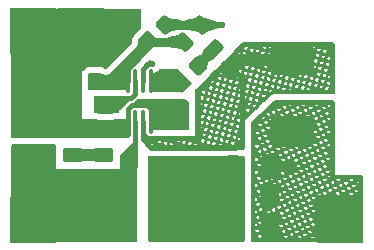
<source format=gbr>
%TF.GenerationSoftware,KiCad,Pcbnew,8.0.6*%
%TF.CreationDate,2024-12-11T22:55:20+08:00*%
%TF.ProjectId,mp2236_power_driver,6d703232-3336-45f7-906f-7765725f6472,rev?*%
%TF.SameCoordinates,Original*%
%TF.FileFunction,Copper,L1,Top*%
%TF.FilePolarity,Positive*%
%FSLAX46Y46*%
G04 Gerber Fmt 4.6, Leading zero omitted, Abs format (unit mm)*
G04 Created by KiCad (PCBNEW 8.0.6) date 2024-12-11 22:55:20*
%MOMM*%
%LPD*%
G01*
G04 APERTURE LIST*
G04 Aperture macros list*
%AMRoundRect*
0 Rectangle with rounded corners*
0 $1 Rounding radius*
0 $2 $3 $4 $5 $6 $7 $8 $9 X,Y pos of 4 corners*
0 Add a 4 corners polygon primitive as box body*
4,1,4,$2,$3,$4,$5,$6,$7,$8,$9,$2,$3,0*
0 Add four circle primitives for the rounded corners*
1,1,$1+$1,$2,$3*
1,1,$1+$1,$4,$5*
1,1,$1+$1,$6,$7*
1,1,$1+$1,$8,$9*
0 Add four rect primitives between the rounded corners*
20,1,$1+$1,$2,$3,$4,$5,0*
20,1,$1+$1,$4,$5,$6,$7,0*
20,1,$1+$1,$6,$7,$8,$9,0*
20,1,$1+$1,$8,$9,$2,$3,0*%
G04 Aperture macros list end*
%TA.AperFunction,SMDPad,CuDef*%
%ADD10RoundRect,0.250000X-0.070711X0.565685X-0.565685X0.070711X0.070711X-0.565685X0.565685X-0.070711X0*%
%TD*%
%TA.AperFunction,ComponentPad*%
%ADD11R,4.000000X4.000000*%
%TD*%
%TA.AperFunction,SMDPad,CuDef*%
%ADD12RoundRect,0.235000X-1.465000X0.940000X-1.465000X-0.940000X1.465000X-0.940000X1.465000X0.940000X0*%
%TD*%
%TA.AperFunction,SMDPad,CuDef*%
%ADD13RoundRect,0.250000X0.412500X0.650000X-0.412500X0.650000X-0.412500X-0.650000X0.412500X-0.650000X0*%
%TD*%
%TA.AperFunction,SMDPad,CuDef*%
%ADD14RoundRect,0.250000X-0.350000X-0.450000X0.350000X-0.450000X0.350000X0.450000X-0.350000X0.450000X0*%
%TD*%
%TA.AperFunction,SMDPad,CuDef*%
%ADD15RoundRect,0.250000X-0.574524X-0.097227X-0.097227X-0.574524X0.574524X0.097227X0.097227X0.574524X0*%
%TD*%
%TA.AperFunction,SMDPad,CuDef*%
%ADD16RoundRect,0.250000X-0.337500X-0.475000X0.337500X-0.475000X0.337500X0.475000X-0.337500X0.475000X0*%
%TD*%
%TA.AperFunction,SMDPad,CuDef*%
%ADD17RoundRect,0.250000X-0.097227X0.574524X-0.574524X0.097227X0.097227X-0.574524X0.574524X-0.097227X0*%
%TD*%
%TA.AperFunction,SMDPad,CuDef*%
%ADD18RoundRect,0.250000X0.475000X-0.337500X0.475000X0.337500X-0.475000X0.337500X-0.475000X-0.337500X0*%
%TD*%
%TA.AperFunction,SMDPad,CuDef*%
%ADD19RoundRect,0.250000X0.070711X-0.565685X0.565685X-0.070711X-0.070711X0.565685X-0.565685X0.070711X0*%
%TD*%
%TA.AperFunction,SMDPad,CuDef*%
%ADD20RoundRect,0.100000X0.100000X-0.900000X0.100000X0.900000X-0.100000X0.900000X-0.100000X-0.900000X0*%
%TD*%
%TA.AperFunction,SMDPad,CuDef*%
%ADD21RoundRect,0.250000X0.650000X-1.000000X0.650000X1.000000X-0.650000X1.000000X-0.650000X-1.000000X0*%
%TD*%
%TA.AperFunction,SMDPad,CuDef*%
%ADD22RoundRect,0.250000X-0.412500X-0.650000X0.412500X-0.650000X0.412500X0.650000X-0.412500X0.650000X0*%
%TD*%
%TA.AperFunction,SMDPad,CuDef*%
%ADD23RoundRect,0.250000X0.450000X-0.350000X0.450000X0.350000X-0.450000X0.350000X-0.450000X-0.350000X0*%
%TD*%
%TA.AperFunction,ViaPad*%
%ADD24C,0.600000*%
%TD*%
%TA.AperFunction,Conductor*%
%ADD25C,0.500000*%
%TD*%
%TA.AperFunction,Conductor*%
%ADD26C,0.400000*%
%TD*%
%TA.AperFunction,Conductor*%
%ADD27C,1.000000*%
%TD*%
%TA.AperFunction,Conductor*%
%ADD28C,0.800000*%
%TD*%
G04 APERTURE END LIST*
D10*
X123107107Y-61492893D03*
X121692893Y-62907107D03*
D11*
X116000000Y-62000000D03*
D12*
X133900000Y-64475000D03*
X133900000Y-70525000D03*
D13*
X132025000Y-73500000D03*
X128900000Y-73500000D03*
X132025000Y-78500000D03*
X128900000Y-78500000D03*
D14*
X115200000Y-66250000D03*
X117200000Y-66250000D03*
D11*
X112000000Y-62000000D03*
D13*
X132025000Y-76000000D03*
X128900000Y-76000000D03*
D15*
X127266377Y-63566377D03*
X128733623Y-65033623D03*
D16*
X120212500Y-73500000D03*
X122287500Y-73500000D03*
D17*
X126233623Y-61501732D03*
X124766377Y-62968978D03*
D18*
X118100000Y-70537500D03*
X118100000Y-68462500D03*
D11*
X112000000Y-78000000D03*
D19*
X124492893Y-66407107D03*
X125907107Y-64992893D03*
D20*
X119985000Y-69710000D03*
X120625000Y-69710000D03*
X121285000Y-69710000D03*
X121925000Y-69710000D03*
X121925000Y-66290000D03*
X121285000Y-66290000D03*
X120625000Y-66290000D03*
X119985000Y-66290000D03*
D21*
X111900000Y-73300000D03*
X111900000Y-69300000D03*
D22*
X120100000Y-78500000D03*
X123225000Y-78500000D03*
D11*
X138000000Y-78000000D03*
D23*
X118100000Y-74525000D03*
X118100000Y-72525000D03*
D22*
X120100000Y-76000000D03*
X123225000Y-76000000D03*
D23*
X115200000Y-72525000D03*
X115200000Y-70525000D03*
D24*
X126500000Y-73000000D03*
X114100000Y-65800000D03*
X115500000Y-69400000D03*
X124900000Y-68900000D03*
X124150000Y-69250000D03*
X124500000Y-75500000D03*
X124500000Y-78500000D03*
X125500000Y-74000000D03*
X114100000Y-66600000D03*
X115500000Y-67400000D03*
X124500000Y-73000000D03*
X112700000Y-67400000D03*
X113300000Y-69200000D03*
X111900000Y-67400000D03*
X124150000Y-70000000D03*
X113300000Y-70000000D03*
X127500000Y-78500000D03*
X120750000Y-60500000D03*
X115500000Y-65000000D03*
X114700000Y-65000000D03*
X125500000Y-73000000D03*
X125250000Y-76000000D03*
X123400000Y-69750000D03*
X114700000Y-68400000D03*
X123500000Y-73000000D03*
X127500000Y-73000000D03*
X126500000Y-74000000D03*
X111100000Y-67400000D03*
X127500000Y-76500000D03*
X122650000Y-69250000D03*
X114700000Y-69400000D03*
X115500000Y-68400000D03*
X124900000Y-69750000D03*
X111900000Y-66400000D03*
X122650000Y-68500000D03*
X124150000Y-68500000D03*
X127500000Y-75500000D03*
X124500000Y-77500000D03*
X114700000Y-67400000D03*
X113300000Y-68400000D03*
X127500000Y-74000000D03*
X124500000Y-76500000D03*
X126750000Y-76000000D03*
X112700000Y-66400000D03*
X120750000Y-61500000D03*
X127500000Y-79500000D03*
X120000000Y-62250000D03*
X124500000Y-74000000D03*
X124500000Y-79500000D03*
X126750000Y-78000000D03*
X123500000Y-74000000D03*
X119000000Y-64000000D03*
X123400000Y-68900000D03*
X125250000Y-78000000D03*
X122650000Y-70000000D03*
X127500000Y-77500000D03*
X119750000Y-63250000D03*
X126000000Y-79500000D03*
X111100000Y-66400000D03*
X133600000Y-73500000D03*
X127932754Y-61532754D03*
X116700000Y-72525000D03*
X122032347Y-64790000D03*
D25*
X117812500Y-70250000D02*
X118100000Y-70537500D01*
D26*
X119985000Y-69710000D02*
X119985000Y-68640122D01*
X121925000Y-68640122D02*
X121925000Y-69710000D01*
D25*
X118400000Y-70837500D02*
X118100000Y-70537500D01*
D26*
X120523406Y-68310000D02*
X120315122Y-68310000D01*
X119985000Y-70715000D02*
X119900000Y-70800000D01*
X121594878Y-68310000D02*
X121925000Y-68640122D01*
X120315122Y-68310000D02*
X121594878Y-68310000D01*
X124900000Y-68900000D02*
X124900000Y-68138528D01*
X120894878Y-67938528D02*
X120523406Y-68310000D01*
X124700000Y-67938528D02*
X120894878Y-67938528D01*
X124900000Y-68138528D02*
X124700000Y-67938528D01*
X118362500Y-70800000D02*
X118100000Y-70537500D01*
X119985000Y-68640122D02*
X120315122Y-68310000D01*
X119985000Y-69710000D02*
X119985000Y-70715000D01*
X119900000Y-70800000D02*
X118362500Y-70800000D01*
X120625000Y-69710000D02*
X120625000Y-73500000D01*
X118347500Y-68462500D02*
X119100000Y-67710000D01*
X118100000Y-68462500D02*
X118347500Y-68462500D01*
X120625000Y-66290000D02*
X120625000Y-67359878D01*
X119600000Y-67710000D02*
X118847500Y-68462500D01*
X119237500Y-68462500D02*
X118100000Y-68462500D01*
X119990000Y-67710000D02*
X119600000Y-67710000D01*
X119990000Y-67710000D02*
X119237500Y-68462500D01*
X120625000Y-67359878D02*
X120274878Y-67710000D01*
X118847500Y-68462500D02*
X118100000Y-68462500D01*
X118890000Y-67710000D02*
X118137500Y-68462500D01*
X118137500Y-68462500D02*
X118100000Y-68462500D01*
X119600000Y-67710000D02*
X120274878Y-67710000D01*
X119100000Y-67710000D02*
X118890000Y-67710000D01*
X120274878Y-67710000D02*
X119990000Y-67710000D01*
X119600000Y-67710000D02*
X119100000Y-67710000D01*
D27*
X125907107Y-64992893D02*
X125907107Y-64925647D01*
D25*
X127266377Y-63633623D02*
X125907107Y-64992893D01*
D27*
X125907107Y-64992893D02*
X126013476Y-65099262D01*
D25*
X127266377Y-63566377D02*
X127266377Y-63633623D01*
D26*
X125690000Y-71110000D02*
X125900000Y-70900000D01*
X129700000Y-66000000D02*
X129700000Y-71300000D01*
X127700000Y-65300000D02*
X128467246Y-65300000D01*
X121285000Y-71185000D02*
X121285000Y-69710000D01*
D27*
X129292246Y-64475000D02*
X128733623Y-65033623D01*
D26*
X128733623Y-65033623D02*
X129700000Y-66000000D01*
X121615122Y-71110000D02*
X125690000Y-71110000D01*
X122000000Y-71900000D02*
X121285000Y-71185000D01*
X125900000Y-70900000D02*
X125900000Y-67100000D01*
X129100000Y-71900000D02*
X122000000Y-71900000D01*
D27*
X133900000Y-64475000D02*
X129292246Y-64475000D01*
D26*
X128467246Y-65300000D02*
X128733623Y-65033623D01*
X121285000Y-70779878D02*
X121615122Y-71110000D01*
X125900000Y-67100000D02*
X127700000Y-65300000D01*
X129700000Y-71300000D02*
X129100000Y-71900000D01*
X121285000Y-69710000D02*
X121285000Y-70779878D01*
D28*
X123115946Y-61501732D02*
X123107107Y-61492893D01*
D25*
X133600000Y-73500000D02*
X132025000Y-73500000D01*
X127932754Y-61532754D02*
X126264645Y-61532754D01*
X126264645Y-61532754D02*
X126233623Y-61501732D01*
X127892893Y-61492893D02*
X127932754Y-61532754D01*
D28*
X126233623Y-61501732D02*
X123115946Y-61501732D01*
X121754764Y-62968978D02*
X121692893Y-62907107D01*
X124766377Y-62968978D02*
X121754764Y-62968978D01*
D26*
X121692893Y-63512229D02*
X121692893Y-62907107D01*
X124839129Y-62907107D02*
X124901000Y-62968978D01*
X119985000Y-66290000D02*
X119985000Y-65220122D01*
X119985000Y-65220122D02*
X121692893Y-63512229D01*
X121285000Y-65220122D02*
X121285000Y-66290000D01*
X121715122Y-64790000D02*
X121285000Y-65220122D01*
D27*
X116700000Y-72525000D02*
X118100000Y-72525000D01*
X116700000Y-72525000D02*
X115300000Y-72525000D01*
D26*
X122032347Y-64790000D02*
X121715122Y-64790000D01*
%TA.AperFunction,Conductor*%
G36*
X137443039Y-67919685D02*
G01*
X137488794Y-67972489D01*
X137500000Y-68024000D01*
X137500000Y-74200000D01*
X139745500Y-74200000D01*
X139812539Y-74219685D01*
X139858294Y-74272489D01*
X139869500Y-74324000D01*
X139869500Y-79745500D01*
X139849815Y-79812539D01*
X139797011Y-79858294D01*
X139745500Y-79869500D01*
X130524000Y-79869500D01*
X130456961Y-79849815D01*
X130411206Y-79797011D01*
X130400000Y-79745500D01*
X130400000Y-79596500D01*
X130799000Y-79596500D01*
X130869390Y-79596500D01*
X130858322Y-79572764D01*
X131685855Y-79572764D01*
X131696924Y-79596500D01*
X131974975Y-79596500D01*
X132820420Y-79596500D01*
X133080560Y-79596500D01*
X133034097Y-79496860D01*
X132820420Y-79596500D01*
X131974975Y-79596500D01*
X131941167Y-79524000D01*
X132215908Y-79524000D01*
X132246415Y-79589422D01*
X132386714Y-79524000D01*
X132215908Y-79524000D01*
X131941167Y-79524000D01*
X131790430Y-79524000D01*
X131685855Y-79572764D01*
X130858322Y-79572764D01*
X130799000Y-79445548D01*
X130799000Y-79596500D01*
X130400000Y-79596500D01*
X130400000Y-79330435D01*
X131020063Y-79330435D01*
X131126563Y-79558825D01*
X131354953Y-79452325D01*
X131331012Y-79400985D01*
X131329158Y-79399131D01*
X131324145Y-79391628D01*
X133259767Y-79391628D01*
X133355301Y-79596500D01*
X133416703Y-79596500D01*
X134005888Y-79596500D01*
X134186144Y-79596500D01*
X134153949Y-79527457D01*
X134005888Y-79596500D01*
X133416703Y-79596500D01*
X133594657Y-79513518D01*
X133552086Y-79422225D01*
X134379619Y-79422225D01*
X134460886Y-79596500D01*
X134602170Y-79596500D01*
X135191355Y-79596500D01*
X135291729Y-79596500D01*
X135273801Y-79558054D01*
X135191355Y-79596500D01*
X134602170Y-79596500D01*
X134714509Y-79544115D01*
X134671938Y-79452822D01*
X135499471Y-79452822D01*
X135566470Y-79596500D01*
X135787638Y-79596500D01*
X135834361Y-79574712D01*
X135727861Y-79346322D01*
X135499471Y-79452822D01*
X134671938Y-79452822D01*
X134608009Y-79315725D01*
X134379619Y-79422225D01*
X133552086Y-79422225D01*
X133488157Y-79285128D01*
X133259767Y-79391628D01*
X131324145Y-79391628D01*
X131299129Y-79354190D01*
X132750869Y-79354190D01*
X132928865Y-79271190D01*
X132886294Y-79179897D01*
X133713827Y-79179897D01*
X133820327Y-79408287D01*
X134048717Y-79301787D01*
X134006146Y-79210493D01*
X134833679Y-79210493D01*
X134940179Y-79438883D01*
X135168569Y-79332383D01*
X135062069Y-79103993D01*
X134833679Y-79210493D01*
X134006146Y-79210493D01*
X133942217Y-79073397D01*
X133713827Y-79179897D01*
X132886294Y-79179897D01*
X132822365Y-79042800D01*
X132811500Y-79047866D01*
X132811500Y-79174624D01*
X132809117Y-79198815D01*
X132794612Y-79271736D01*
X132776097Y-79316436D01*
X132750869Y-79354190D01*
X131299129Y-79354190D01*
X131273903Y-79316436D01*
X131255388Y-79271737D01*
X131246098Y-79225034D01*
X131020063Y-79330435D01*
X130400000Y-79330435D01*
X130400000Y-78876375D01*
X130808331Y-78876375D01*
X130914831Y-79104765D01*
X131143221Y-78998265D01*
X131114918Y-78937568D01*
X133048035Y-78937568D01*
X133154535Y-79165958D01*
X133382925Y-79059458D01*
X133340354Y-78968165D01*
X134167887Y-78968165D01*
X134274387Y-79196555D01*
X134502777Y-79090055D01*
X134460206Y-78998762D01*
X135287740Y-78998762D01*
X135394240Y-79227151D01*
X135622629Y-79120651D01*
X135516129Y-78892262D01*
X135287740Y-78998762D01*
X134460206Y-78998762D01*
X134396277Y-78861665D01*
X134167887Y-78968165D01*
X133340354Y-78968165D01*
X133276425Y-78831068D01*
X133048035Y-78937568D01*
X131114918Y-78937568D01*
X131036721Y-78769875D01*
X130808331Y-78876375D01*
X130400000Y-78876375D01*
X130400000Y-78725837D01*
X133502096Y-78725837D01*
X133608596Y-78954226D01*
X133836985Y-78847726D01*
X133794414Y-78756433D01*
X134621948Y-78756433D01*
X134728448Y-78984823D01*
X134956837Y-78878323D01*
X134914266Y-78787030D01*
X135741800Y-78787030D01*
X135848300Y-79015419D01*
X135876000Y-79002503D01*
X135876000Y-78724452D01*
X135741800Y-78787030D01*
X134914266Y-78787030D01*
X134850337Y-78649933D01*
X134621948Y-78756433D01*
X133794414Y-78756433D01*
X133730485Y-78619337D01*
X133502096Y-78725837D01*
X130400000Y-78725837D01*
X130400000Y-78327933D01*
X130799000Y-78327933D01*
X130799000Y-78605985D01*
X130931489Y-78544204D01*
X130903186Y-78483508D01*
X132836304Y-78483508D01*
X132942804Y-78711898D01*
X133171193Y-78605398D01*
X133128622Y-78514105D01*
X133956156Y-78514105D01*
X134062656Y-78742495D01*
X134291046Y-78635995D01*
X134248475Y-78544701D01*
X135076008Y-78544701D01*
X135182508Y-78773091D01*
X135410898Y-78666591D01*
X135304398Y-78438201D01*
X135076008Y-78544701D01*
X134248475Y-78544701D01*
X134184546Y-78407605D01*
X133956156Y-78514105D01*
X133128622Y-78514105D01*
X133064693Y-78377008D01*
X132836304Y-78483508D01*
X130903186Y-78483508D01*
X130824989Y-78315814D01*
X130799000Y-78327933D01*
X130400000Y-78327933D01*
X130400000Y-78210583D01*
X131050659Y-78210583D01*
X131157159Y-78438973D01*
X131238500Y-78401043D01*
X131238500Y-78271776D01*
X133290364Y-78271776D01*
X133396864Y-78500166D01*
X133625254Y-78393666D01*
X133582683Y-78302373D01*
X134410216Y-78302373D01*
X134516716Y-78530763D01*
X134745106Y-78424263D01*
X134702535Y-78332970D01*
X135530068Y-78332970D01*
X135636568Y-78561360D01*
X135864958Y-78454860D01*
X135758458Y-78226470D01*
X135530068Y-78332970D01*
X134702535Y-78332970D01*
X134638606Y-78195873D01*
X134410216Y-78302373D01*
X133582683Y-78302373D01*
X133518754Y-78165276D01*
X133290364Y-78271776D01*
X131238500Y-78271776D01*
X131238500Y-78122992D01*
X131050659Y-78210583D01*
X130400000Y-78210583D01*
X130400000Y-77756522D01*
X130838928Y-77756522D01*
X130945428Y-77984912D01*
X131036848Y-77942282D01*
X132811500Y-77942282D01*
X132811500Y-78220334D01*
X132959462Y-78151338D01*
X132916891Y-78060045D01*
X133744424Y-78060045D01*
X133850924Y-78288434D01*
X134079314Y-78181934D01*
X134036743Y-78090641D01*
X134864276Y-78090641D01*
X134970776Y-78319031D01*
X135199166Y-78212531D01*
X135092666Y-77984141D01*
X134864276Y-78090641D01*
X134036743Y-78090641D01*
X133972814Y-77953545D01*
X133744424Y-78060045D01*
X132916891Y-78060045D01*
X132852962Y-77922948D01*
X132811500Y-77942282D01*
X131036848Y-77942282D01*
X131173817Y-77878412D01*
X131145514Y-77817716D01*
X133078632Y-77817716D01*
X133185132Y-78046106D01*
X133413522Y-77939606D01*
X133370951Y-77848313D01*
X134198484Y-77848313D01*
X134304984Y-78076703D01*
X134533374Y-77970203D01*
X134490803Y-77878910D01*
X135318336Y-77878910D01*
X135424836Y-78107299D01*
X135653226Y-78000799D01*
X135546726Y-77772410D01*
X135318336Y-77878910D01*
X134490803Y-77878910D01*
X134426874Y-77741813D01*
X134198484Y-77848313D01*
X133370951Y-77848313D01*
X133307022Y-77711216D01*
X133078632Y-77817716D01*
X131145514Y-77817716D01*
X131067317Y-77650023D01*
X130838928Y-77756522D01*
X130400000Y-77756522D01*
X130400000Y-77544791D01*
X131292988Y-77544791D01*
X131323256Y-77609701D01*
X131325740Y-77605984D01*
X133532692Y-77605984D01*
X133639192Y-77834374D01*
X133867582Y-77727874D01*
X133825011Y-77636581D01*
X134652544Y-77636581D01*
X134759044Y-77864971D01*
X134987434Y-77758471D01*
X134944863Y-77667178D01*
X135772396Y-77667178D01*
X135876000Y-77889354D01*
X135876000Y-77618867D01*
X135772396Y-77667178D01*
X134944863Y-77667178D01*
X134880934Y-77530081D01*
X134652544Y-77636581D01*
X133825011Y-77636581D01*
X133761082Y-77499484D01*
X133532692Y-77605984D01*
X131325740Y-77605984D01*
X131329158Y-77600869D01*
X131363369Y-77566658D01*
X131446064Y-77511403D01*
X131474598Y-77499584D01*
X132575403Y-77499584D01*
X132603936Y-77511403D01*
X132686631Y-77566658D01*
X132686987Y-77567014D01*
X132641230Y-77468888D01*
X132575403Y-77499584D01*
X131474598Y-77499584D01*
X131490764Y-77492888D01*
X131542077Y-77482681D01*
X131521378Y-77438291D01*
X131292988Y-77544791D01*
X130400000Y-77544791D01*
X130400000Y-77222349D01*
X130799000Y-77222349D01*
X130799000Y-77500400D01*
X130962086Y-77424352D01*
X130919515Y-77333059D01*
X131747048Y-77333059D01*
X131813703Y-77476000D01*
X132036795Y-77476000D01*
X132081938Y-77454949D01*
X132039367Y-77363656D01*
X132866900Y-77363656D01*
X132973400Y-77592046D01*
X133201790Y-77485546D01*
X133159219Y-77394253D01*
X133986752Y-77394253D01*
X134093252Y-77622642D01*
X134321642Y-77516142D01*
X134279071Y-77424849D01*
X135106605Y-77424849D01*
X135213105Y-77653239D01*
X135441494Y-77546739D01*
X135334994Y-77318349D01*
X135106605Y-77424849D01*
X134279071Y-77424849D01*
X134215142Y-77287753D01*
X133986752Y-77394253D01*
X133159219Y-77394253D01*
X133095290Y-77257156D01*
X132866900Y-77363656D01*
X132039367Y-77363656D01*
X131975438Y-77226559D01*
X131747048Y-77333059D01*
X130919515Y-77333059D01*
X130855586Y-77195962D01*
X130799000Y-77222349D01*
X130400000Y-77222349D01*
X130400000Y-77090731D01*
X131081256Y-77090731D01*
X131187756Y-77319121D01*
X131416146Y-77212621D01*
X131373575Y-77121327D01*
X132201108Y-77121327D01*
X132307608Y-77349717D01*
X132535998Y-77243217D01*
X132493428Y-77151924D01*
X133320960Y-77151924D01*
X133427460Y-77380314D01*
X133655850Y-77273814D01*
X133613279Y-77182521D01*
X134440813Y-77182521D01*
X134547313Y-77410911D01*
X134775702Y-77304411D01*
X134733131Y-77213118D01*
X135560665Y-77213118D01*
X135667165Y-77441507D01*
X135876000Y-77344125D01*
X135876000Y-77293071D01*
X135789055Y-77106617D01*
X135560665Y-77213118D01*
X134733131Y-77213118D01*
X134669202Y-77076021D01*
X134440813Y-77182521D01*
X133613279Y-77182521D01*
X133549350Y-77045424D01*
X133320960Y-77151924D01*
X132493428Y-77151924D01*
X132433776Y-77024000D01*
X132409828Y-77024000D01*
X132201108Y-77121327D01*
X131373575Y-77121327D01*
X131328191Y-77024000D01*
X131602932Y-77024000D01*
X131641816Y-77107389D01*
X131820645Y-77024000D01*
X131602932Y-77024000D01*
X131328191Y-77024000D01*
X131309646Y-76984231D01*
X131081256Y-77090731D01*
X130400000Y-77090731D01*
X130400000Y-76943729D01*
X132671085Y-76943729D01*
X132761669Y-77137986D01*
X132990058Y-77031485D01*
X132947487Y-76940192D01*
X133775021Y-76940192D01*
X133881521Y-77168582D01*
X134109910Y-77062082D01*
X134067339Y-76970789D01*
X134894873Y-76970789D01*
X135001373Y-77199179D01*
X135229763Y-77092679D01*
X135123263Y-76864289D01*
X134894873Y-76970789D01*
X134067339Y-76970789D01*
X134003410Y-76833692D01*
X133775021Y-76940192D01*
X132947487Y-76940192D01*
X132883558Y-76803096D01*
X132740407Y-76869848D01*
X132720843Y-76899130D01*
X132686631Y-76933342D01*
X132671085Y-76943729D01*
X130400000Y-76943729D01*
X130400000Y-76636671D01*
X130869524Y-76636671D01*
X130976024Y-76865060D01*
X131204414Y-76758560D01*
X131176111Y-76697864D01*
X133109229Y-76697864D01*
X133215729Y-76926254D01*
X133444119Y-76819754D01*
X133401548Y-76728461D01*
X134229081Y-76728461D01*
X134335581Y-76956850D01*
X134563971Y-76850350D01*
X134521400Y-76759057D01*
X135348933Y-76759057D01*
X135455433Y-76987447D01*
X135683823Y-76880947D01*
X135577323Y-76652557D01*
X135348933Y-76759057D01*
X134521400Y-76759057D01*
X134457471Y-76621961D01*
X134229081Y-76728461D01*
X133401548Y-76728461D01*
X133337619Y-76591364D01*
X133109229Y-76697864D01*
X131176111Y-76697864D01*
X131097914Y-76530171D01*
X130869524Y-76636671D01*
X130400000Y-76636671D01*
X130400000Y-76486132D01*
X133563289Y-76486132D01*
X133669789Y-76714522D01*
X133898179Y-76608022D01*
X133855608Y-76516729D01*
X134683141Y-76516729D01*
X134789641Y-76745119D01*
X135018031Y-76638619D01*
X134975460Y-76547326D01*
X135802993Y-76547326D01*
X135876000Y-76703888D01*
X135876000Y-76513283D01*
X135802993Y-76547326D01*
X134975460Y-76547326D01*
X134911531Y-76410229D01*
X134683141Y-76516729D01*
X133855608Y-76516729D01*
X133791679Y-76379632D01*
X133563289Y-76486132D01*
X130400000Y-76486132D01*
X130400000Y-76116763D01*
X130799000Y-76116763D01*
X130799000Y-76394816D01*
X130992682Y-76304500D01*
X130964379Y-76243804D01*
X132897497Y-76243804D01*
X133003997Y-76472194D01*
X133232387Y-76365694D01*
X133189816Y-76274400D01*
X134017349Y-76274400D01*
X134123849Y-76502790D01*
X134352239Y-76396290D01*
X134309668Y-76304997D01*
X135137201Y-76304997D01*
X135243701Y-76533387D01*
X135472091Y-76426887D01*
X135365591Y-76198497D01*
X135137201Y-76304997D01*
X134309668Y-76304997D01*
X134245739Y-76167900D01*
X134017349Y-76274400D01*
X133189816Y-76274400D01*
X133125887Y-76137304D01*
X132897497Y-76243804D01*
X130964379Y-76243804D01*
X130886182Y-76076110D01*
X130799000Y-76116763D01*
X130400000Y-76116763D01*
X130400000Y-75970879D01*
X131111853Y-75970879D01*
X131218353Y-76199268D01*
X131238500Y-76189874D01*
X131238500Y-76032072D01*
X133351557Y-76032072D01*
X133458057Y-76260462D01*
X133686447Y-76153962D01*
X133643876Y-76062669D01*
X134471409Y-76062669D01*
X134577909Y-76291058D01*
X134806299Y-76184558D01*
X134763728Y-76093265D01*
X135591261Y-76093265D01*
X135697761Y-76321655D01*
X135876000Y-76238541D01*
X135876000Y-76107605D01*
X135819651Y-75986765D01*
X135591261Y-76093265D01*
X134763728Y-76093265D01*
X134699799Y-75956169D01*
X134471409Y-76062669D01*
X133643876Y-76062669D01*
X133579947Y-75925572D01*
X133351557Y-76032072D01*
X131238500Y-76032072D01*
X131238500Y-75911822D01*
X131111853Y-75970879D01*
X130400000Y-75970879D01*
X130400000Y-75516818D01*
X130900121Y-75516818D01*
X131006621Y-75745208D01*
X131036850Y-75731112D01*
X132811500Y-75731112D01*
X132811500Y-76009164D01*
X133020655Y-75911633D01*
X132978084Y-75820340D01*
X133805617Y-75820340D01*
X133912117Y-76048730D01*
X134140507Y-75942230D01*
X134097936Y-75850937D01*
X134925470Y-75850937D01*
X135031970Y-76079327D01*
X135260359Y-75972827D01*
X135215208Y-75876000D01*
X136057191Y-75876000D01*
X136320793Y-75876000D01*
X136273711Y-75775034D01*
X136057191Y-75876000D01*
X135215208Y-75876000D01*
X135153859Y-75744437D01*
X134925470Y-75850937D01*
X134097936Y-75850937D01*
X134034007Y-75713840D01*
X133805617Y-75820340D01*
X132978084Y-75820340D01*
X132914155Y-75683243D01*
X132811500Y-75731112D01*
X131036850Y-75731112D01*
X131235011Y-75638708D01*
X131206708Y-75578012D01*
X133139825Y-75578012D01*
X133246325Y-75806402D01*
X133474715Y-75699902D01*
X133432144Y-75608609D01*
X134259678Y-75608609D01*
X134366178Y-75836998D01*
X134594567Y-75730498D01*
X134551996Y-75639205D01*
X135379530Y-75639205D01*
X135486030Y-75867595D01*
X135714420Y-75761095D01*
X135671849Y-75669802D01*
X136499382Y-75669802D01*
X136595534Y-75876000D01*
X136653474Y-75876000D01*
X137242657Y-75876000D01*
X137426378Y-75876000D01*
X137393564Y-75805630D01*
X137242657Y-75876000D01*
X136653474Y-75876000D01*
X136834272Y-75791692D01*
X136791701Y-75700399D01*
X137619234Y-75700399D01*
X137701119Y-75876000D01*
X137838941Y-75876000D01*
X138428125Y-75876000D01*
X138531962Y-75876000D01*
X138513416Y-75836227D01*
X138428125Y-75876000D01*
X137838941Y-75876000D01*
X137954124Y-75822288D01*
X137911553Y-75730995D01*
X138739086Y-75730995D01*
X138806704Y-75876000D01*
X139024407Y-75876000D01*
X139073976Y-75852885D01*
X138967476Y-75624495D01*
X138739086Y-75730995D01*
X137911553Y-75730995D01*
X137847624Y-75593899D01*
X137619234Y-75700399D01*
X136791701Y-75700399D01*
X136727772Y-75563302D01*
X136499382Y-75669802D01*
X135671849Y-75669802D01*
X135607920Y-75532705D01*
X135379530Y-75639205D01*
X134551996Y-75639205D01*
X134488067Y-75502109D01*
X134259678Y-75608609D01*
X133432144Y-75608609D01*
X133368215Y-75471512D01*
X133139825Y-75578012D01*
X131206708Y-75578012D01*
X131128511Y-75410318D01*
X130900121Y-75516818D01*
X130400000Y-75516818D01*
X130400000Y-75366280D01*
X133593886Y-75366280D01*
X133700386Y-75594670D01*
X133928775Y-75488170D01*
X133886204Y-75396877D01*
X134713738Y-75396877D01*
X134820238Y-75625267D01*
X135048628Y-75518767D01*
X135006057Y-75427473D01*
X135833590Y-75427473D01*
X135940090Y-75655863D01*
X136168480Y-75549363D01*
X136125909Y-75458070D01*
X136953442Y-75458070D01*
X137059942Y-75686460D01*
X137288332Y-75579960D01*
X137245761Y-75488667D01*
X138073294Y-75488667D01*
X138179794Y-75717057D01*
X138408184Y-75610557D01*
X138365613Y-75519264D01*
X139193146Y-75519264D01*
X139299646Y-75747653D01*
X139528036Y-75641153D01*
X139421536Y-75412764D01*
X139193146Y-75519264D01*
X138365613Y-75519264D01*
X138301684Y-75382167D01*
X138073294Y-75488667D01*
X137245761Y-75488667D01*
X137181832Y-75351570D01*
X136953442Y-75458070D01*
X136125909Y-75458070D01*
X136061980Y-75320973D01*
X135833590Y-75427473D01*
X135006057Y-75427473D01*
X134942128Y-75290377D01*
X134713738Y-75396877D01*
X133886204Y-75396877D01*
X133822275Y-75259780D01*
X133593886Y-75366280D01*
X130400000Y-75366280D01*
X130400000Y-75011179D01*
X130799000Y-75011179D01*
X130799000Y-75289231D01*
X131023279Y-75184648D01*
X130994976Y-75123952D01*
X132928094Y-75123952D01*
X133034594Y-75352341D01*
X133262983Y-75245841D01*
X133220412Y-75154548D01*
X134047946Y-75154548D01*
X134154446Y-75382938D01*
X134382836Y-75276438D01*
X134340265Y-75185145D01*
X135167798Y-75185145D01*
X135274298Y-75413535D01*
X135502688Y-75307035D01*
X135460117Y-75215742D01*
X136287650Y-75215742D01*
X136394150Y-75444132D01*
X136622540Y-75337632D01*
X136579969Y-75246338D01*
X137407502Y-75246338D01*
X137514002Y-75474728D01*
X137742392Y-75368228D01*
X137699821Y-75276935D01*
X138527354Y-75276935D01*
X138633854Y-75505325D01*
X138862244Y-75398825D01*
X138755744Y-75170435D01*
X138527354Y-75276935D01*
X137699821Y-75276935D01*
X137635892Y-75139838D01*
X137407502Y-75246338D01*
X136579969Y-75246338D01*
X136516040Y-75109242D01*
X136287650Y-75215742D01*
X135460117Y-75215742D01*
X135396188Y-75078645D01*
X135167798Y-75185145D01*
X134340265Y-75185145D01*
X134276336Y-75048048D01*
X134047946Y-75154548D01*
X133220412Y-75154548D01*
X133156483Y-75017452D01*
X132928094Y-75123952D01*
X130994976Y-75123952D01*
X130916779Y-74956258D01*
X130799000Y-75011179D01*
X130400000Y-75011179D01*
X130400000Y-74851026D01*
X131142450Y-74851026D01*
X131248950Y-75079416D01*
X131477339Y-74972916D01*
X131434768Y-74881623D01*
X132262302Y-74881623D01*
X132306310Y-74976000D01*
X132462124Y-74976000D01*
X132486315Y-74978383D01*
X132559236Y-74992888D01*
X132591404Y-75006212D01*
X132597192Y-75003513D01*
X132554621Y-74912220D01*
X133382154Y-74912220D01*
X133488654Y-75140610D01*
X133717044Y-75034110D01*
X133674473Y-74942817D01*
X134502006Y-74942817D01*
X134608506Y-75171206D01*
X134836896Y-75064706D01*
X134794325Y-74973413D01*
X135621858Y-74973413D01*
X135728358Y-75201803D01*
X135956748Y-75095303D01*
X135914177Y-75004010D01*
X136741710Y-75004010D01*
X136848210Y-75232400D01*
X137076600Y-75125900D01*
X137034029Y-75034607D01*
X137861563Y-75034607D01*
X137968063Y-75262996D01*
X138196452Y-75156496D01*
X138153881Y-75065203D01*
X138981415Y-75065203D01*
X139087915Y-75293593D01*
X139316304Y-75187093D01*
X139209804Y-74958703D01*
X138981415Y-75065203D01*
X138153881Y-75065203D01*
X138089952Y-74928107D01*
X137861563Y-75034607D01*
X137034029Y-75034607D01*
X136970100Y-74897510D01*
X136741710Y-75004010D01*
X135914177Y-75004010D01*
X135850248Y-74866913D01*
X135621858Y-74973413D01*
X134794325Y-74973413D01*
X134730396Y-74836317D01*
X134502006Y-74942817D01*
X133674473Y-74942817D01*
X133610544Y-74805720D01*
X133382154Y-74912220D01*
X132554621Y-74912220D01*
X132490692Y-74775123D01*
X132262302Y-74881623D01*
X131434768Y-74881623D01*
X131370839Y-74744526D01*
X131142450Y-74851026D01*
X130400000Y-74851026D01*
X130400000Y-74736439D01*
X130799000Y-74736439D01*
X130811548Y-74730588D01*
X130799000Y-74703679D01*
X130799000Y-74736439D01*
X130400000Y-74736439D01*
X130400000Y-74639295D01*
X131596510Y-74639295D01*
X131703010Y-74867684D01*
X131931400Y-74761184D01*
X131888829Y-74669891D01*
X132716362Y-74669891D01*
X132822862Y-74898281D01*
X133051252Y-74791781D01*
X133008681Y-74700488D01*
X133836214Y-74700488D01*
X133942714Y-74928878D01*
X134171104Y-74822378D01*
X134128533Y-74731085D01*
X134956066Y-74731085D01*
X135062566Y-74959475D01*
X135290956Y-74852975D01*
X135248385Y-74761682D01*
X136075918Y-74761682D01*
X136182418Y-74990071D01*
X136410808Y-74883571D01*
X136368237Y-74792278D01*
X137195771Y-74792278D01*
X137302271Y-75020668D01*
X137530660Y-74914168D01*
X137488089Y-74822875D01*
X138315623Y-74822875D01*
X138422123Y-75051265D01*
X138650512Y-74944765D01*
X138607941Y-74853472D01*
X139435475Y-74853472D01*
X139541975Y-75081861D01*
X139586090Y-75061290D01*
X139590922Y-74780985D01*
X139435475Y-74853472D01*
X138607941Y-74853472D01*
X138544012Y-74716375D01*
X138315623Y-74822875D01*
X137488089Y-74822875D01*
X137424160Y-74685778D01*
X137195771Y-74792278D01*
X136368237Y-74792278D01*
X136304308Y-74655182D01*
X136075918Y-74761682D01*
X135248385Y-74761682D01*
X135184456Y-74624585D01*
X134956066Y-74731085D01*
X134128533Y-74731085D01*
X134064604Y-74593988D01*
X133836214Y-74700488D01*
X133008681Y-74700488D01*
X132944752Y-74563391D01*
X132716362Y-74669891D01*
X131888829Y-74669891D01*
X131824900Y-74532795D01*
X131596510Y-74639295D01*
X130400000Y-74639295D01*
X130400000Y-74396966D01*
X130930718Y-74396966D01*
X131037218Y-74625356D01*
X131254577Y-74524000D01*
X132095540Y-74524000D01*
X132157070Y-74655953D01*
X132385460Y-74549453D01*
X132373591Y-74524000D01*
X132095540Y-74524000D01*
X131254577Y-74524000D01*
X131265608Y-74518856D01*
X131237305Y-74458160D01*
X133170422Y-74458160D01*
X133276922Y-74686549D01*
X133505312Y-74580049D01*
X133462741Y-74488756D01*
X134290274Y-74488756D01*
X134396774Y-74717146D01*
X134625164Y-74610646D01*
X134582593Y-74519353D01*
X135410126Y-74519353D01*
X135516626Y-74747743D01*
X135745016Y-74641243D01*
X135702445Y-74549950D01*
X136529979Y-74549950D01*
X136636479Y-74778340D01*
X136864868Y-74671840D01*
X136830902Y-74599000D01*
X137658437Y-74599000D01*
X137756331Y-74808936D01*
X137984721Y-74702436D01*
X137942150Y-74611143D01*
X138769683Y-74611143D01*
X138876183Y-74839533D01*
X139104573Y-74733033D01*
X139042072Y-74599000D01*
X139316813Y-74599000D01*
X139330243Y-74627800D01*
X139392006Y-74599000D01*
X139316813Y-74599000D01*
X139042072Y-74599000D01*
X138795726Y-74599000D01*
X138769683Y-74611143D01*
X137942150Y-74611143D01*
X137936488Y-74599000D01*
X137658437Y-74599000D01*
X136830902Y-74599000D01*
X136758368Y-74443450D01*
X136529979Y-74549950D01*
X135702445Y-74549950D01*
X135638516Y-74412853D01*
X135410126Y-74519353D01*
X134582593Y-74519353D01*
X134518664Y-74382256D01*
X134290274Y-74488756D01*
X133462741Y-74488756D01*
X133398812Y-74351660D01*
X133170422Y-74458160D01*
X131237305Y-74458160D01*
X131205668Y-74390315D01*
X132726732Y-74390315D01*
X132839520Y-74337721D01*
X132798839Y-74250481D01*
X132794612Y-74271736D01*
X132776097Y-74316436D01*
X132726732Y-74390315D01*
X131205668Y-74390315D01*
X131159108Y-74290466D01*
X130930718Y-74396966D01*
X130400000Y-74396966D01*
X130400000Y-74246428D01*
X133624482Y-74246428D01*
X133730982Y-74474818D01*
X133959372Y-74368318D01*
X133916801Y-74277025D01*
X134744335Y-74277025D01*
X134850835Y-74505414D01*
X135079224Y-74398914D01*
X135036653Y-74307621D01*
X135864187Y-74307621D01*
X135970687Y-74536011D01*
X136199076Y-74429511D01*
X136156505Y-74338218D01*
X136984039Y-74338218D01*
X137090539Y-74566608D01*
X137234982Y-74499253D01*
X137137319Y-74401590D01*
X137103834Y-74340267D01*
X137101000Y-74313909D01*
X137101000Y-74283679D01*
X136984039Y-74338218D01*
X136156505Y-74338218D01*
X136092576Y-74201121D01*
X135864187Y-74307621D01*
X135036653Y-74307621D01*
X134972724Y-74170525D01*
X134744335Y-74277025D01*
X133916801Y-74277025D01*
X133852872Y-74139928D01*
X133624482Y-74246428D01*
X130400000Y-74246428D01*
X130400000Y-73905595D01*
X130799000Y-73905595D01*
X130799000Y-74114495D01*
X130825486Y-74171296D01*
X131053876Y-74064796D01*
X131025573Y-74004099D01*
X132958690Y-74004099D01*
X133065190Y-74232489D01*
X133293580Y-74125989D01*
X133251009Y-74034696D01*
X134078543Y-74034696D01*
X134185043Y-74263086D01*
X134413432Y-74156586D01*
X134370861Y-74065293D01*
X135198395Y-74065293D01*
X135304895Y-74293683D01*
X135533284Y-74187183D01*
X135490713Y-74095890D01*
X136318247Y-74095890D01*
X136424747Y-74324279D01*
X136653137Y-74217779D01*
X136546637Y-73989390D01*
X136318247Y-74095890D01*
X135490713Y-74095890D01*
X135426784Y-73958793D01*
X135198395Y-74065293D01*
X134370861Y-74065293D01*
X134306932Y-73928196D01*
X134078543Y-74034696D01*
X133251009Y-74034696D01*
X133187080Y-73897599D01*
X132958690Y-74004099D01*
X131025573Y-74004099D01*
X130947376Y-73836406D01*
X130799000Y-73905595D01*
X130400000Y-73905595D01*
X130400000Y-73731174D01*
X131173046Y-73731174D01*
X131238500Y-73871539D01*
X131238500Y-73822964D01*
X134532603Y-73822964D01*
X134639103Y-74051354D01*
X134867493Y-73944854D01*
X134824922Y-73853561D01*
X135652455Y-73853561D01*
X135758955Y-74081951D01*
X135987345Y-73975451D01*
X135944774Y-73884158D01*
X136772307Y-73884158D01*
X136878807Y-74112547D01*
X137101000Y-74008937D01*
X137101000Y-73992758D01*
X137000697Y-73777658D01*
X136772307Y-73884158D01*
X135944774Y-73884158D01*
X135880845Y-73747061D01*
X135652455Y-73853561D01*
X134824922Y-73853561D01*
X134760993Y-73716464D01*
X134532603Y-73822964D01*
X131238500Y-73822964D01*
X131238500Y-73700653D01*
X131173046Y-73731174D01*
X130400000Y-73731174D01*
X130400000Y-73630854D01*
X130799000Y-73630854D01*
X130842144Y-73610736D01*
X130799807Y-73519943D01*
X132811500Y-73519943D01*
X132811500Y-73688445D01*
X132853459Y-73778429D01*
X132899844Y-73756799D01*
X134085311Y-73756799D01*
X134201701Y-73702526D01*
X134159130Y-73611233D01*
X134986663Y-73611233D01*
X135093163Y-73839622D01*
X135321553Y-73733122D01*
X135278982Y-73641829D01*
X136106515Y-73641829D01*
X136213015Y-73870219D01*
X136441405Y-73763719D01*
X136334905Y-73535329D01*
X136106515Y-73641829D01*
X135278982Y-73641829D01*
X135215053Y-73504733D01*
X134986663Y-73611233D01*
X134159130Y-73611233D01*
X134143526Y-73577769D01*
X134131711Y-73652367D01*
X134119723Y-73689264D01*
X134085311Y-73756799D01*
X132899844Y-73756799D01*
X133075592Y-73674846D01*
X133068289Y-73652367D01*
X133066006Y-73637954D01*
X132975348Y-73443539D01*
X132811500Y-73519943D01*
X130799807Y-73519943D01*
X130799000Y-73518213D01*
X130799000Y-73630854D01*
X130400000Y-73630854D01*
X130400000Y-73277114D01*
X130961315Y-73277114D01*
X131067815Y-73505504D01*
X131238500Y-73425912D01*
X131238500Y-73368904D01*
X134320871Y-73368904D01*
X134427371Y-73597294D01*
X134655761Y-73490794D01*
X134613190Y-73399501D01*
X135440723Y-73399501D01*
X135547223Y-73627891D01*
X135775613Y-73521391D01*
X135733042Y-73430098D01*
X136560575Y-73430098D01*
X136667075Y-73658487D01*
X136895465Y-73551987D01*
X136788965Y-73323598D01*
X136560575Y-73430098D01*
X135733042Y-73430098D01*
X135669113Y-73293001D01*
X135440723Y-73399501D01*
X134613190Y-73399501D01*
X134549261Y-73262404D01*
X134320871Y-73368904D01*
X131238500Y-73368904D01*
X131238500Y-73275257D01*
X131224486Y-73245203D01*
X132811500Y-73245203D01*
X132870117Y-73217869D01*
X132841814Y-73157172D01*
X134774931Y-73157172D01*
X134881431Y-73385562D01*
X135109821Y-73279062D01*
X135067250Y-73187769D01*
X135894783Y-73187769D01*
X136001283Y-73416159D01*
X136229673Y-73309659D01*
X136187102Y-73218366D01*
X137014635Y-73218366D01*
X137101000Y-73403573D01*
X137101000Y-73178094D01*
X137014635Y-73218366D01*
X136187102Y-73218366D01*
X136123173Y-73081269D01*
X135894783Y-73187769D01*
X135067250Y-73187769D01*
X135003321Y-73050672D01*
X134774931Y-73157172D01*
X132841814Y-73157172D01*
X132811500Y-73092164D01*
X132811500Y-73245203D01*
X131224486Y-73245203D01*
X131189704Y-73170614D01*
X130961315Y-73277114D01*
X130400000Y-73277114D01*
X130400000Y-72800010D01*
X130799000Y-72800010D01*
X130799000Y-72929027D01*
X130856083Y-73051444D01*
X131084473Y-72944944D01*
X131056170Y-72884247D01*
X132989287Y-72884247D01*
X133095787Y-73112637D01*
X133285880Y-73023995D01*
X133875065Y-73023995D01*
X133888485Y-73030833D01*
X133883469Y-73020076D01*
X133875065Y-73023995D01*
X133285880Y-73023995D01*
X133324177Y-73006137D01*
X133281606Y-72914844D01*
X134109139Y-72914844D01*
X134215639Y-73143234D01*
X134444029Y-73036734D01*
X134401458Y-72945441D01*
X135228991Y-72945441D01*
X135335491Y-73173830D01*
X135563881Y-73067330D01*
X135521310Y-72976037D01*
X136348844Y-72976037D01*
X136455344Y-73204427D01*
X136683733Y-73097927D01*
X136577233Y-72869537D01*
X136348844Y-72976037D01*
X135521310Y-72976037D01*
X135457381Y-72838941D01*
X135228991Y-72945441D01*
X134401458Y-72945441D01*
X134337529Y-72808344D01*
X134109139Y-72914844D01*
X133281606Y-72914844D01*
X133217677Y-72777747D01*
X132989287Y-72884247D01*
X131056170Y-72884247D01*
X130977973Y-72716554D01*
X130799000Y-72800010D01*
X130400000Y-72800010D01*
X130400000Y-72611322D01*
X131203643Y-72611322D01*
X131256698Y-72725099D01*
X131273903Y-72683564D01*
X131281285Y-72672516D01*
X133443347Y-72672516D01*
X133549847Y-72900905D01*
X133778237Y-72794405D01*
X133735666Y-72703112D01*
X134563199Y-72703112D01*
X134669699Y-72931502D01*
X134898089Y-72825002D01*
X134855518Y-72733709D01*
X135683052Y-72733709D01*
X135789552Y-72962099D01*
X136017941Y-72855599D01*
X135975370Y-72764306D01*
X136802904Y-72764306D01*
X136909404Y-72992695D01*
X137101000Y-72903352D01*
X137101000Y-72807290D01*
X137031294Y-72657806D01*
X136802904Y-72764306D01*
X135975370Y-72764306D01*
X135911441Y-72627209D01*
X135683052Y-72733709D01*
X134855518Y-72733709D01*
X134791589Y-72596612D01*
X134563199Y-72703112D01*
X133735666Y-72703112D01*
X133671737Y-72566016D01*
X133443347Y-72672516D01*
X131281285Y-72672516D01*
X131329158Y-72600869D01*
X131363369Y-72566658D01*
X131437705Y-72516987D01*
X131432033Y-72504822D01*
X131203643Y-72611322D01*
X130400000Y-72611322D01*
X130400000Y-72525269D01*
X130799000Y-72525269D01*
X130872741Y-72490883D01*
X130830170Y-72399590D01*
X131657703Y-72399590D01*
X131693334Y-72476000D01*
X131971385Y-72476000D01*
X131950022Y-72430187D01*
X132777555Y-72430187D01*
X132884055Y-72658577D01*
X133112445Y-72552077D01*
X133069874Y-72460784D01*
X133897408Y-72460784D01*
X134003908Y-72689174D01*
X134232297Y-72582674D01*
X134189726Y-72491381D01*
X135017260Y-72491381D01*
X135123760Y-72719770D01*
X135352149Y-72613270D01*
X135309578Y-72521977D01*
X136137112Y-72521977D01*
X136243612Y-72750367D01*
X136472002Y-72643867D01*
X136365502Y-72415477D01*
X136137112Y-72521977D01*
X135309578Y-72521977D01*
X135245649Y-72384881D01*
X135017260Y-72491381D01*
X134189726Y-72491381D01*
X134125797Y-72354284D01*
X133897408Y-72460784D01*
X133069874Y-72460784D01*
X133005945Y-72323687D01*
X132777555Y-72430187D01*
X131950022Y-72430187D01*
X131886093Y-72293090D01*
X131657703Y-72399590D01*
X130830170Y-72399590D01*
X130799000Y-72332745D01*
X130799000Y-72525269D01*
X130400000Y-72525269D01*
X130400000Y-72157262D01*
X130991911Y-72157262D01*
X131098411Y-72385652D01*
X131326801Y-72279152D01*
X131284230Y-72187859D01*
X132111763Y-72187859D01*
X132218263Y-72416248D01*
X132446653Y-72309748D01*
X132404082Y-72218455D01*
X133231616Y-72218455D01*
X133338116Y-72446845D01*
X133566505Y-72340345D01*
X133523934Y-72249052D01*
X134351468Y-72249052D01*
X134457968Y-72477442D01*
X134686357Y-72370942D01*
X134643786Y-72279649D01*
X135471320Y-72279649D01*
X135577820Y-72508039D01*
X135806210Y-72401539D01*
X135763639Y-72310245D01*
X136591172Y-72310245D01*
X136697672Y-72538635D01*
X136926062Y-72432135D01*
X136819562Y-72203745D01*
X136591172Y-72310245D01*
X135763639Y-72310245D01*
X135699710Y-72173149D01*
X135471320Y-72279649D01*
X134643786Y-72279649D01*
X134579857Y-72142552D01*
X134351468Y-72249052D01*
X133523934Y-72249052D01*
X133460005Y-72111955D01*
X133231616Y-72218455D01*
X132404082Y-72218455D01*
X132340153Y-72081359D01*
X132111763Y-72187859D01*
X131284230Y-72187859D01*
X131220301Y-72050762D01*
X130991911Y-72157262D01*
X130400000Y-72157262D01*
X130400000Y-71945530D01*
X131445971Y-71945530D01*
X131552471Y-72173920D01*
X131780861Y-72067420D01*
X131738290Y-71976127D01*
X132565824Y-71976127D01*
X132672324Y-72204517D01*
X132900713Y-72098017D01*
X132858142Y-72006724D01*
X133685676Y-72006724D01*
X133792176Y-72235113D01*
X134020566Y-72128613D01*
X133977995Y-72037320D01*
X134805528Y-72037320D01*
X134912028Y-72265710D01*
X135140418Y-72159210D01*
X135097847Y-72067917D01*
X135925380Y-72067917D01*
X136031880Y-72296307D01*
X136260270Y-72189807D01*
X136217699Y-72098514D01*
X137045232Y-72098514D01*
X137101000Y-72218107D01*
X137101000Y-72072509D01*
X137045232Y-72098514D01*
X136217699Y-72098514D01*
X136153770Y-71961417D01*
X135925380Y-72067917D01*
X135097847Y-72067917D01*
X135033918Y-71930820D01*
X134805528Y-72037320D01*
X133977995Y-72037320D01*
X133914066Y-71900224D01*
X133685676Y-72006724D01*
X132858142Y-72006724D01*
X132794213Y-71869627D01*
X132565824Y-71976127D01*
X131738290Y-71976127D01*
X131674361Y-71839030D01*
X131445971Y-71945530D01*
X130400000Y-71945530D01*
X130400000Y-71694425D01*
X130799000Y-71694425D01*
X130799000Y-71743561D01*
X130886680Y-71931592D01*
X131115069Y-71825092D01*
X131072498Y-71733798D01*
X131900032Y-71733798D01*
X132006532Y-71962188D01*
X132234921Y-71855688D01*
X132220144Y-71823999D01*
X133047678Y-71823999D01*
X133126384Y-71992785D01*
X133354774Y-71886285D01*
X133325729Y-71823999D01*
X134153263Y-71823999D01*
X134246236Y-72023382D01*
X134474625Y-71916882D01*
X134432054Y-71825589D01*
X135259588Y-71825589D01*
X135366088Y-72053978D01*
X135594478Y-71947478D01*
X135551907Y-71856185D01*
X136379440Y-71856185D01*
X136485940Y-72084575D01*
X136714330Y-71978075D01*
X136607830Y-71749685D01*
X136379440Y-71856185D01*
X135551907Y-71856185D01*
X135521571Y-71791129D01*
X135480881Y-71807983D01*
X135412333Y-71821617D01*
X135388144Y-71823999D01*
X135262998Y-71823999D01*
X135259588Y-71825589D01*
X134432054Y-71825589D01*
X134431313Y-71823999D01*
X134153263Y-71823999D01*
X133325729Y-71823999D01*
X133047678Y-71823999D01*
X132220144Y-71823999D01*
X132165090Y-71705935D01*
X132162471Y-71703316D01*
X132115656Y-71633251D01*
X131900032Y-71733798D01*
X131072498Y-71733798D01*
X131008569Y-71596702D01*
X130799000Y-71694425D01*
X130400000Y-71694425D01*
X130400000Y-71491470D01*
X131234240Y-71491470D01*
X131340740Y-71719860D01*
X131568065Y-71613856D01*
X135713648Y-71613856D01*
X135820148Y-71842247D01*
X136048538Y-71735747D01*
X136005967Y-71644454D01*
X136833500Y-71644454D01*
X136940000Y-71872843D01*
X137101000Y-71797767D01*
X137101000Y-71621824D01*
X137061890Y-71537953D01*
X136833500Y-71644454D01*
X136005967Y-71644454D01*
X135942038Y-71507357D01*
X135713648Y-71613856D01*
X131568065Y-71613856D01*
X131569129Y-71613360D01*
X131462629Y-71384970D01*
X131234240Y-71491470D01*
X130400000Y-71491470D01*
X130400000Y-71419685D01*
X130799000Y-71419685D01*
X130903338Y-71371031D01*
X130860767Y-71279738D01*
X131688300Y-71279738D01*
X131794800Y-71508128D01*
X132022124Y-71402125D01*
X136167709Y-71402125D01*
X136274209Y-71630515D01*
X136502598Y-71524015D01*
X136396098Y-71295625D01*
X136167709Y-71402125D01*
X132022124Y-71402125D01*
X132023190Y-71401628D01*
X131916690Y-71173238D01*
X131688300Y-71279738D01*
X130860767Y-71279738D01*
X130799000Y-71147277D01*
X130799000Y-71419685D01*
X130400000Y-71419685D01*
X130400000Y-71380160D01*
X130400500Y-71369992D01*
X130400500Y-71037410D01*
X131022508Y-71037410D01*
X131129008Y-71265800D01*
X131357398Y-71159300D01*
X131309339Y-71056237D01*
X135723999Y-71056237D01*
X135723999Y-71334288D01*
X135836806Y-71281686D01*
X135794235Y-71190393D01*
X136621769Y-71190393D01*
X136728269Y-71418783D01*
X136956658Y-71312283D01*
X136850158Y-71083893D01*
X136621769Y-71190393D01*
X135794235Y-71190393D01*
X135730306Y-71053296D01*
X135723999Y-71056237D01*
X131309339Y-71056237D01*
X131250898Y-70930910D01*
X131022508Y-71037410D01*
X130400500Y-71037410D01*
X130400500Y-70825678D01*
X131476568Y-70825678D01*
X131583068Y-71054068D01*
X131810392Y-70948065D01*
X135955977Y-70948065D01*
X136062477Y-71176455D01*
X136290867Y-71069955D01*
X136248296Y-70978662D01*
X137075829Y-70978662D01*
X137101000Y-71032639D01*
X137101000Y-70966924D01*
X137075829Y-70978662D01*
X136248296Y-70978662D01*
X136184367Y-70841565D01*
X135955977Y-70948065D01*
X131810392Y-70948065D01*
X131811458Y-70947568D01*
X131704958Y-70719178D01*
X131476568Y-70825678D01*
X130400500Y-70825678D01*
X130400500Y-70583350D01*
X130810776Y-70583350D01*
X130917276Y-70811739D01*
X131145666Y-70705239D01*
X131103095Y-70613946D01*
X131930628Y-70613946D01*
X132037128Y-70842335D01*
X132076000Y-70824209D01*
X132076000Y-70736333D01*
X136410037Y-70736333D01*
X136516537Y-70964723D01*
X136744927Y-70858223D01*
X136638427Y-70629833D01*
X136410037Y-70736333D01*
X132076000Y-70736333D01*
X132076000Y-70546158D01*
X131930628Y-70613946D01*
X131103095Y-70613946D01*
X131039166Y-70476849D01*
X130810776Y-70583350D01*
X130400500Y-70583350D01*
X130400500Y-70371618D01*
X131264836Y-70371618D01*
X131371336Y-70600008D01*
X131598662Y-70494004D01*
X135744245Y-70494004D01*
X135850745Y-70722395D01*
X136079135Y-70615894D01*
X136036564Y-70524601D01*
X136864097Y-70524601D01*
X136970597Y-70752990D01*
X137101000Y-70692182D01*
X137101000Y-70436356D01*
X137092487Y-70418101D01*
X136864097Y-70524601D01*
X136036564Y-70524601D01*
X135972635Y-70387505D01*
X135744245Y-70494004D01*
X131598662Y-70494004D01*
X131599726Y-70493508D01*
X131493226Y-70265118D01*
X131264836Y-70371618D01*
X130400500Y-70371618D01*
X130400500Y-70036047D01*
X130799000Y-70036047D01*
X130799000Y-70314100D01*
X130933934Y-70251179D01*
X130891364Y-70159886D01*
X131718897Y-70159886D01*
X131825397Y-70388276D01*
X132052720Y-70282273D01*
X136198305Y-70282273D01*
X136304805Y-70510663D01*
X136533195Y-70404163D01*
X136426695Y-70175773D01*
X136198305Y-70282273D01*
X132052720Y-70282273D01*
X132053786Y-70281776D01*
X131947286Y-70053386D01*
X131718897Y-70159886D01*
X130891364Y-70159886D01*
X130827434Y-70022788D01*
X130799000Y-70036047D01*
X130400500Y-70036047D01*
X130400500Y-69917558D01*
X131053105Y-69917558D01*
X131159605Y-70145947D01*
X131387994Y-70039447D01*
X131346588Y-69950652D01*
X135723999Y-69950652D01*
X135723999Y-70228704D01*
X135867403Y-70161834D01*
X135824832Y-70070541D01*
X136652365Y-70070541D01*
X136758865Y-70298931D01*
X136987255Y-70192431D01*
X136880755Y-69964041D01*
X136652365Y-70070541D01*
X135824832Y-70070541D01*
X135760903Y-69933444D01*
X135723999Y-69950652D01*
X131346588Y-69950652D01*
X131281494Y-69811058D01*
X131053105Y-69917558D01*
X130400500Y-69917558D01*
X130400500Y-69852759D01*
X130420185Y-69785720D01*
X130439092Y-69762862D01*
X130499130Y-69705826D01*
X131507165Y-69705826D01*
X131613665Y-69934216D01*
X131840989Y-69828213D01*
X135986573Y-69828213D01*
X136093073Y-70056602D01*
X136321463Y-69950102D01*
X136214963Y-69721713D01*
X135986573Y-69828213D01*
X131840989Y-69828213D01*
X131842055Y-69827716D01*
X131735555Y-69599326D01*
X131507165Y-69705826D01*
X130499130Y-69705826D01*
X130722005Y-69494094D01*
X131961225Y-69494094D01*
X132067725Y-69722483D01*
X132076000Y-69718625D01*
X132076000Y-69616481D01*
X136440634Y-69616481D01*
X136547134Y-69844871D01*
X136775523Y-69738371D01*
X136669023Y-69509981D01*
X136440634Y-69616481D01*
X132076000Y-69616481D01*
X132076000Y-69561855D01*
X132078383Y-69537664D01*
X132092018Y-69469117D01*
X132110504Y-69424484D01*
X131961225Y-69494094D01*
X130722005Y-69494094D01*
X130796238Y-69423573D01*
X131375548Y-69423573D01*
X131401933Y-69480156D01*
X131629255Y-69374153D01*
X135774842Y-69374153D01*
X135881342Y-69602542D01*
X136109731Y-69496042D01*
X136067160Y-69404749D01*
X136894694Y-69404749D01*
X137001194Y-69633138D01*
X137101000Y-69586598D01*
X137101000Y-69308547D01*
X136894694Y-69404749D01*
X136067160Y-69404749D01*
X136003231Y-69267653D01*
X135774842Y-69374153D01*
X131629255Y-69374153D01*
X131630323Y-69373655D01*
X131568239Y-69240517D01*
X131375548Y-69423573D01*
X130796238Y-69423573D01*
X131179325Y-69059640D01*
X131758635Y-69059640D01*
X131855993Y-69268424D01*
X131946972Y-69226000D01*
X132536154Y-69226000D01*
X132667055Y-69226000D01*
X132643675Y-69175862D01*
X132536154Y-69226000D01*
X131946972Y-69226000D01*
X132084383Y-69161924D01*
X132041812Y-69070631D01*
X132869345Y-69070631D01*
X132941794Y-69226000D01*
X133132438Y-69226000D01*
X133721623Y-69226000D01*
X133772639Y-69226000D01*
X133763527Y-69206459D01*
X133721623Y-69226000D01*
X133132438Y-69226000D01*
X133204235Y-69192520D01*
X133161664Y-69101227D01*
X133989197Y-69101227D01*
X134047381Y-69226000D01*
X134317906Y-69226000D01*
X134324087Y-69223117D01*
X134281516Y-69131824D01*
X135109050Y-69131824D01*
X135152964Y-69226000D01*
X135388145Y-69226000D01*
X135412336Y-69228383D01*
X135434151Y-69232722D01*
X135401369Y-69162421D01*
X136228902Y-69162421D01*
X136335402Y-69390811D01*
X136563792Y-69284311D01*
X136457292Y-69055921D01*
X136228902Y-69162421D01*
X135401369Y-69162421D01*
X135337440Y-69025324D01*
X135109050Y-69131824D01*
X134281516Y-69131824D01*
X134217587Y-68994727D01*
X133989197Y-69101227D01*
X133161664Y-69101227D01*
X133097735Y-68964131D01*
X132869345Y-69070631D01*
X132041812Y-69070631D01*
X131977883Y-68933534D01*
X131807984Y-69012758D01*
X131758635Y-69059640D01*
X131179325Y-69059640D01*
X131422839Y-68828302D01*
X132203554Y-68828302D01*
X132310054Y-69056692D01*
X132538443Y-68950192D01*
X132495872Y-68858899D01*
X133323406Y-68858899D01*
X133429906Y-69087289D01*
X133658295Y-68980789D01*
X133615724Y-68889496D01*
X134443258Y-68889496D01*
X134549758Y-69117885D01*
X134778148Y-69011385D01*
X134735577Y-68920092D01*
X135563110Y-68920092D01*
X135669610Y-69148482D01*
X135898000Y-69041982D01*
X135855429Y-68950689D01*
X136682962Y-68950689D01*
X136789462Y-69179079D01*
X137017852Y-69072579D01*
X136911352Y-68844189D01*
X136682962Y-68950689D01*
X135855429Y-68950689D01*
X135791500Y-68813592D01*
X135563110Y-68920092D01*
X134735577Y-68920092D01*
X134671648Y-68782996D01*
X134443258Y-68889496D01*
X133615724Y-68889496D01*
X133551795Y-68752399D01*
X133323406Y-68858899D01*
X132495872Y-68858899D01*
X132431943Y-68721802D01*
X132203554Y-68828302D01*
X131422839Y-68828302D01*
X131645715Y-68616570D01*
X132657614Y-68616570D01*
X132764114Y-68844960D01*
X132992503Y-68738460D01*
X132949932Y-68647167D01*
X133777466Y-68647167D01*
X133883966Y-68875557D01*
X134112356Y-68769057D01*
X134069785Y-68677764D01*
X134897318Y-68677764D01*
X135003818Y-68906154D01*
X135232208Y-68799654D01*
X135189637Y-68708361D01*
X136017170Y-68708361D01*
X136123670Y-68936750D01*
X136352060Y-68830250D01*
X136245560Y-68601861D01*
X136017170Y-68708361D01*
X135189637Y-68708361D01*
X135125708Y-68571264D01*
X134897318Y-68677764D01*
X134069785Y-68677764D01*
X134005856Y-68540667D01*
X133777466Y-68647167D01*
X132949932Y-68647167D01*
X132886003Y-68510070D01*
X132657614Y-68616570D01*
X131645715Y-68616570D01*
X131868590Y-68404839D01*
X133111674Y-68404839D01*
X133218174Y-68633228D01*
X133446564Y-68526728D01*
X133403993Y-68435435D01*
X134231526Y-68435435D01*
X134338026Y-68663825D01*
X134566416Y-68557325D01*
X134523845Y-68466032D01*
X135351378Y-68466032D01*
X135457878Y-68694422D01*
X135686268Y-68587922D01*
X135643697Y-68496629D01*
X136471230Y-68496629D01*
X136577730Y-68725019D01*
X136806120Y-68618519D01*
X136699620Y-68390129D01*
X136471230Y-68496629D01*
X135643697Y-68496629D01*
X135579768Y-68359532D01*
X135351378Y-68466032D01*
X134523845Y-68466032D01*
X134459916Y-68328935D01*
X134231526Y-68435435D01*
X133403993Y-68435435D01*
X133340372Y-68299000D01*
X133615113Y-68299000D01*
X133672234Y-68421497D01*
X133900624Y-68314997D01*
X133893164Y-68299000D01*
X134720698Y-68299000D01*
X134792086Y-68452093D01*
X135020476Y-68345593D01*
X134998749Y-68299000D01*
X135826282Y-68299000D01*
X135911938Y-68482690D01*
X136140328Y-68376190D01*
X136104335Y-68299000D01*
X136931867Y-68299000D01*
X137031791Y-68513286D01*
X137101000Y-68481013D01*
X137101000Y-68299000D01*
X136931867Y-68299000D01*
X136104335Y-68299000D01*
X135826282Y-68299000D01*
X134998749Y-68299000D01*
X134720698Y-68299000D01*
X133893164Y-68299000D01*
X133615113Y-68299000D01*
X133340372Y-68299000D01*
X133338649Y-68299000D01*
X133111674Y-68404839D01*
X131868590Y-68404839D01*
X131945500Y-68331774D01*
X132524811Y-68331774D01*
X132552382Y-68390900D01*
X132749463Y-68299000D01*
X132559311Y-68299000D01*
X132524811Y-68331774D01*
X131945500Y-68331774D01*
X132364105Y-67934099D01*
X132426266Y-67902198D01*
X132449510Y-67900000D01*
X137376000Y-67900000D01*
X137443039Y-67919685D01*
G37*
%TD.AperFunction*%
%TA.AperFunction,Conductor*%
G36*
X119371846Y-67519685D02*
G01*
X119403181Y-67548511D01*
X119456718Y-67618282D01*
X119582159Y-67714536D01*
X119649545Y-67742448D01*
X119703948Y-67786289D01*
X119726013Y-67852583D01*
X119708734Y-67920282D01*
X119689773Y-67944690D01*
X119440887Y-68193576D01*
X119364223Y-68308314D01*
X119311421Y-68435790D01*
X119311421Y-68435791D01*
X119311420Y-68435794D01*
X119295799Y-68514328D01*
X119295799Y-68514329D01*
X119284500Y-68571128D01*
X119284500Y-68870500D01*
X119264815Y-68937539D01*
X119212011Y-68983294D01*
X119160500Y-68994500D01*
X118868507Y-68994500D01*
X118788002Y-69000954D01*
X118787989Y-69000955D01*
X118787986Y-69000956D01*
X118787977Y-69000957D01*
X118787973Y-69000958D01*
X118748987Y-69007249D01*
X118748984Y-69007249D01*
X118748982Y-69007250D01*
X118670508Y-69026452D01*
X118670504Y-69026453D01*
X118670497Y-69026455D01*
X118634236Y-69038470D01*
X118607897Y-69044115D01*
X118605598Y-69044351D01*
X118592936Y-69044999D01*
X117607064Y-69044999D01*
X117594465Y-69044357D01*
X117592164Y-69044122D01*
X117565763Y-69038471D01*
X117529492Y-69026452D01*
X117451018Y-69007250D01*
X117412014Y-69000956D01*
X117412008Y-69000955D01*
X117411997Y-69000954D01*
X117331493Y-68994500D01*
X117331484Y-68994500D01*
X117224000Y-68994500D01*
X117156961Y-68974815D01*
X117111206Y-68922011D01*
X117100000Y-68870500D01*
X117100000Y-67624000D01*
X117119685Y-67556961D01*
X117172489Y-67511206D01*
X117224000Y-67500000D01*
X119304807Y-67500000D01*
X119371846Y-67519685D01*
G37*
%TD.AperFunction*%
%TA.AperFunction,Conductor*%
G36*
X120605203Y-71408592D02*
G01*
X120638561Y-71454853D01*
X120657261Y-71500000D01*
X120664225Y-71516811D01*
X120708278Y-71582741D01*
X120736637Y-71625185D01*
X120740886Y-71631543D01*
X120763681Y-71654338D01*
X120797166Y-71715659D01*
X120800000Y-71742019D01*
X120800000Y-79745500D01*
X120780315Y-79812539D01*
X120727511Y-79858294D01*
X120676000Y-79869500D01*
X110254500Y-79869500D01*
X110187461Y-79849815D01*
X110141706Y-79797011D01*
X110130500Y-79745500D01*
X110130500Y-71729500D01*
X110150185Y-71662461D01*
X110202989Y-71616706D01*
X110254500Y-71605500D01*
X113776000Y-71605500D01*
X113843039Y-71625185D01*
X113888794Y-71677989D01*
X113900000Y-71729500D01*
X113900000Y-73700000D01*
X119300000Y-73700000D01*
X119300000Y-72936222D01*
X119300410Y-72928169D01*
X119300339Y-72928166D01*
X119300497Y-72925034D01*
X119300500Y-72925009D01*
X119300499Y-72650858D01*
X119320183Y-72583822D01*
X119336809Y-72563190D01*
X120400000Y-71500000D01*
X120400000Y-71499997D01*
X120402325Y-71494385D01*
X120419685Y-71435266D01*
X120472489Y-71389511D01*
X120541647Y-71379567D01*
X120605203Y-71408592D01*
G37*
%TD.AperFunction*%
%TA.AperFunction,Conductor*%
G36*
X125137539Y-68119685D02*
G01*
X125183294Y-68172489D01*
X125194500Y-68224000D01*
X125194500Y-68843654D01*
X125195295Y-68871990D01*
X125195296Y-68872003D01*
X125196076Y-68885888D01*
X125196788Y-68894324D01*
X125197101Y-68910307D01*
X125196517Y-68923297D01*
X125196392Y-68934316D01*
X125196175Y-68940369D01*
X125195417Y-68952937D01*
X125194500Y-68983396D01*
X125194500Y-69693650D01*
X125195295Y-69721991D01*
X125196076Y-69735887D01*
X125196388Y-69739583D01*
X125196388Y-69760412D01*
X125196077Y-69764099D01*
X125195295Y-69778009D01*
X125194500Y-69806348D01*
X125194500Y-70285500D01*
X125174815Y-70352539D01*
X125122011Y-70398294D01*
X125070500Y-70409500D01*
X122109500Y-70409500D01*
X122042461Y-70389815D01*
X121996706Y-70337011D01*
X121985500Y-70285500D01*
X121985500Y-69631018D01*
X121985499Y-69631004D01*
X121985499Y-68770636D01*
X121970046Y-68653246D01*
X121970044Y-68653241D01*
X121970044Y-68653238D01*
X121909536Y-68507159D01*
X121813282Y-68381718D01*
X121735943Y-68322374D01*
X121694743Y-68265948D01*
X121690588Y-68196202D01*
X121724801Y-68135281D01*
X121786518Y-68102529D01*
X121811432Y-68100000D01*
X125070500Y-68100000D01*
X125137539Y-68119685D01*
G37*
%TD.AperFunction*%
%TA.AperFunction,Conductor*%
G36*
X137443039Y-63019685D02*
G01*
X137488794Y-63072489D01*
X137500000Y-63124000D01*
X137500000Y-67270500D01*
X137480315Y-67337539D01*
X137427511Y-67383294D01*
X137376000Y-67394500D01*
X132449509Y-67394500D01*
X132401929Y-67396744D01*
X132401883Y-67396747D01*
X132378683Y-67398941D01*
X132331520Y-67405655D01*
X132195464Y-67452464D01*
X132133757Y-67484132D01*
X132133303Y-67484363D01*
X132015944Y-67567610D01*
X131597336Y-67965288D01*
X131520427Y-68038352D01*
X131297552Y-68250083D01*
X131074676Y-68461815D01*
X130831162Y-68693153D01*
X130448076Y-69057085D01*
X130448075Y-69057085D01*
X130380512Y-69121269D01*
X130380507Y-69121272D01*
X130380508Y-69121273D01*
X130150967Y-69339338D01*
X130090931Y-69396372D01*
X130090926Y-69396376D01*
X130049569Y-69440677D01*
X130030685Y-69463506D01*
X130030668Y-69463527D01*
X129994933Y-69512422D01*
X129935163Y-69643297D01*
X129935059Y-69643652D01*
X129934986Y-69643767D01*
X129933616Y-69647444D01*
X129932873Y-69647166D01*
X129900040Y-69699962D01*
X129900001Y-69699997D01*
X129900000Y-69700000D01*
X129900000Y-69809113D01*
X129898738Y-69826758D01*
X129895000Y-69852755D01*
X129895000Y-71358271D01*
X129894963Y-71361314D01*
X129894500Y-71380172D01*
X129894500Y-71976000D01*
X129874815Y-72043039D01*
X129822011Y-72088794D01*
X129770500Y-72100000D01*
X129373723Y-72100000D01*
X129365669Y-72099589D01*
X129365666Y-72099661D01*
X129362514Y-72099500D01*
X129362509Y-72099500D01*
X129362503Y-72099500D01*
X128437498Y-72099500D01*
X128434336Y-72099662D01*
X128434332Y-72099590D01*
X128426289Y-72100000D01*
X121951362Y-72100000D01*
X121884323Y-72080315D01*
X121863681Y-72063681D01*
X121427207Y-71627207D01*
X121991477Y-71627207D01*
X122065270Y-71701000D01*
X122232594Y-71701000D01*
X123527725Y-71701000D01*
X123788614Y-71701000D01*
X124046398Y-71701000D01*
X124307287Y-71701000D01*
X124307704Y-71699443D01*
X124134531Y-71653041D01*
X125096595Y-71653041D01*
X125275579Y-71701000D01*
X125344634Y-71701000D01*
X125602418Y-71701000D01*
X125863307Y-71701000D01*
X126121092Y-71701000D01*
X126249231Y-71701000D01*
X126199912Y-71687785D01*
X127161979Y-71687785D01*
X127211296Y-71701000D01*
X127419328Y-71701000D01*
X127677112Y-71701000D01*
X127938001Y-71701000D01*
X129233132Y-71701000D01*
X129494021Y-71701000D01*
X129501000Y-71674954D01*
X129501000Y-71534960D01*
X129292585Y-71479117D01*
X129233132Y-71701000D01*
X127938001Y-71701000D01*
X127954543Y-71639263D01*
X127781368Y-71592861D01*
X128743434Y-71592861D01*
X128986846Y-71658084D01*
X129052069Y-71414671D01*
X128808656Y-71349449D01*
X128743434Y-71592861D01*
X127781368Y-71592861D01*
X127711130Y-71574041D01*
X127677112Y-71701000D01*
X127419328Y-71701000D01*
X127470614Y-71509595D01*
X127297441Y-71463193D01*
X128259505Y-71463193D01*
X128502918Y-71528416D01*
X128568140Y-71285003D01*
X128394967Y-71238601D01*
X129357031Y-71238601D01*
X129501000Y-71277177D01*
X129501000Y-71016288D01*
X129422253Y-70995188D01*
X129357031Y-71238601D01*
X128394967Y-71238601D01*
X128324727Y-71219780D01*
X128259505Y-71463193D01*
X127297441Y-71463193D01*
X127227201Y-71444372D01*
X127161979Y-71687785D01*
X126199912Y-71687785D01*
X126129675Y-71668965D01*
X126121092Y-71701000D01*
X125863307Y-71701000D01*
X125889159Y-71604519D01*
X125715986Y-71558117D01*
X126678050Y-71558117D01*
X126921463Y-71623339D01*
X126986685Y-71379927D01*
X126813512Y-71333525D01*
X127775576Y-71333525D01*
X128018989Y-71398747D01*
X128084211Y-71155334D01*
X127911039Y-71108933D01*
X128873102Y-71108933D01*
X129116515Y-71174155D01*
X129181737Y-70930742D01*
X128938324Y-70865520D01*
X128873102Y-71108933D01*
X127911039Y-71108933D01*
X127840798Y-71090112D01*
X127775576Y-71333525D01*
X126813512Y-71333525D01*
X126743272Y-71314704D01*
X126678050Y-71558117D01*
X125715986Y-71558117D01*
X125645746Y-71539296D01*
X125602418Y-71701000D01*
X125344634Y-71701000D01*
X125405230Y-71474850D01*
X125232058Y-71428449D01*
X126194121Y-71428449D01*
X126437534Y-71493671D01*
X126502756Y-71250258D01*
X126329581Y-71203856D01*
X127291647Y-71203856D01*
X127535060Y-71269079D01*
X127600282Y-71025666D01*
X127427107Y-70979264D01*
X128389173Y-70979264D01*
X128632586Y-71044487D01*
X128697808Y-70801074D01*
X128524636Y-70754672D01*
X129486699Y-70754672D01*
X129501000Y-70758504D01*
X129501000Y-70701303D01*
X129486699Y-70754672D01*
X128524636Y-70754672D01*
X128454396Y-70735851D01*
X128389173Y-70979264D01*
X127427107Y-70979264D01*
X127356870Y-70960444D01*
X127291647Y-71203856D01*
X126329581Y-71203856D01*
X126259344Y-71185036D01*
X126194121Y-71428449D01*
X125232058Y-71428449D01*
X125161817Y-71409628D01*
X125096595Y-71653041D01*
X124134531Y-71653041D01*
X124064291Y-71634220D01*
X124046398Y-71701000D01*
X123788614Y-71701000D01*
X123823776Y-71569774D01*
X123650601Y-71523372D01*
X124612666Y-71523372D01*
X124856079Y-71588595D01*
X124920279Y-71349000D01*
X124659390Y-71349000D01*
X124612666Y-71523372D01*
X123650601Y-71523372D01*
X123580363Y-71504552D01*
X123527725Y-71701000D01*
X122232594Y-71701000D01*
X122242321Y-71664698D01*
X122069148Y-71618296D01*
X123031211Y-71618296D01*
X123274624Y-71683519D01*
X123339847Y-71440106D01*
X123166674Y-71393704D01*
X124128737Y-71393704D01*
X124372150Y-71458927D01*
X124401606Y-71349000D01*
X124140716Y-71349000D01*
X124128737Y-71393704D01*
X123166674Y-71393704D01*
X123096434Y-71374883D01*
X123031211Y-71618296D01*
X122069148Y-71618296D01*
X121998908Y-71599475D01*
X121991477Y-71627207D01*
X121427207Y-71627207D01*
X121361819Y-71561819D01*
X121328334Y-71500496D01*
X121327058Y-71488628D01*
X122547282Y-71488628D01*
X122790695Y-71553850D01*
X122845586Y-71349000D01*
X122584696Y-71349000D01*
X122547282Y-71488628D01*
X121327058Y-71488628D01*
X121325500Y-71474138D01*
X121325500Y-71337759D01*
X125855662Y-71337759D01*
X125953605Y-71364003D01*
X125991430Y-71222840D01*
X125901590Y-71312681D01*
X125855662Y-71337759D01*
X121325500Y-71337759D01*
X121325500Y-71235081D01*
X121345185Y-71168042D01*
X121397989Y-71122287D01*
X121467147Y-71112343D01*
X121514153Y-71132144D01*
X121515119Y-71130472D01*
X121522157Y-71134534D01*
X121522159Y-71134536D01*
X121668238Y-71195044D01*
X121785639Y-71210500D01*
X122064360Y-71210499D01*
X122064363Y-71210499D01*
X122181753Y-71195046D01*
X122181757Y-71195044D01*
X122181762Y-71195044D01*
X122327841Y-71134536D01*
X122406488Y-71074188D01*
X126807718Y-71074188D01*
X127051131Y-71139411D01*
X127116354Y-70895998D01*
X126943181Y-70849596D01*
X127905244Y-70849596D01*
X128148657Y-70914818D01*
X128213880Y-70671406D01*
X128040707Y-70625004D01*
X129002770Y-70625004D01*
X129246183Y-70690226D01*
X129311406Y-70446813D01*
X129067993Y-70381591D01*
X129002770Y-70625004D01*
X128040707Y-70625004D01*
X127970467Y-70606183D01*
X127905244Y-70849596D01*
X126943181Y-70849596D01*
X126872941Y-70830775D01*
X126807718Y-71074188D01*
X122406488Y-71074188D01*
X122453282Y-71038282D01*
X122483798Y-70998511D01*
X122540225Y-70957311D01*
X122582173Y-70950000D01*
X125700000Y-70950000D01*
X125700000Y-70944520D01*
X126323789Y-70944520D01*
X126567202Y-71009742D01*
X126632425Y-70766329D01*
X126459253Y-70719928D01*
X127421315Y-70719928D01*
X127664728Y-70785150D01*
X127729951Y-70541737D01*
X127556776Y-70495335D01*
X128518841Y-70495335D01*
X128762254Y-70560558D01*
X128827477Y-70317145D01*
X128584064Y-70251923D01*
X128518841Y-70495335D01*
X127556776Y-70495335D01*
X127486538Y-70476515D01*
X127421315Y-70719928D01*
X126459253Y-70719928D01*
X126389012Y-70701107D01*
X126323789Y-70944520D01*
X125700000Y-70944520D01*
X125700000Y-70821382D01*
X126099000Y-70821382D01*
X126148496Y-70636661D01*
X126099000Y-70623398D01*
X126099000Y-70821382D01*
X125700000Y-70821382D01*
X125700000Y-70590259D01*
X126937387Y-70590259D01*
X127180799Y-70655482D01*
X127246022Y-70412069D01*
X127072849Y-70365667D01*
X128034913Y-70365667D01*
X128278325Y-70430890D01*
X128343548Y-70187477D01*
X128170375Y-70141075D01*
X129132439Y-70141075D01*
X129375851Y-70206297D01*
X129441074Y-69962885D01*
X129197661Y-69897662D01*
X129132439Y-70141075D01*
X128170375Y-70141075D01*
X128100135Y-70122254D01*
X128034913Y-70365667D01*
X127072849Y-70365667D01*
X127002609Y-70346846D01*
X126937387Y-70590259D01*
X125700000Y-70590259D01*
X125700000Y-70460591D01*
X126453458Y-70460591D01*
X126696871Y-70525813D01*
X126762093Y-70282401D01*
X126588920Y-70235999D01*
X127550984Y-70235999D01*
X127794397Y-70301221D01*
X127859619Y-70057808D01*
X127686447Y-70011407D01*
X128648510Y-70011407D01*
X128891923Y-70076629D01*
X128957145Y-69833216D01*
X128713732Y-69767994D01*
X128648510Y-70011407D01*
X127686447Y-70011407D01*
X127616206Y-69992586D01*
X127550984Y-70235999D01*
X126588920Y-70235999D01*
X126518680Y-70217178D01*
X126453458Y-70460591D01*
X125700000Y-70460591D01*
X125700000Y-70365614D01*
X126099000Y-70365614D01*
X126212942Y-70396145D01*
X126278164Y-70152732D01*
X126104990Y-70106330D01*
X127067055Y-70106330D01*
X127310468Y-70171553D01*
X127375690Y-69928140D01*
X127202515Y-69881738D01*
X128164581Y-69881738D01*
X128407994Y-69946961D01*
X128473216Y-69703548D01*
X128300043Y-69657146D01*
X129262107Y-69657146D01*
X129501000Y-69721157D01*
X129501000Y-69642317D01*
X129511451Y-69592490D01*
X129557809Y-69486847D01*
X129564617Y-69477315D01*
X129327329Y-69413733D01*
X129262107Y-69657146D01*
X128300043Y-69657146D01*
X128229803Y-69638325D01*
X128164581Y-69881738D01*
X127202515Y-69881738D01*
X127132277Y-69862918D01*
X127067055Y-70106330D01*
X126104990Y-70106330D01*
X126099000Y-70104725D01*
X126099000Y-70365614D01*
X125700000Y-70365614D01*
X125700000Y-69976662D01*
X126583126Y-69976662D01*
X126826539Y-70041885D01*
X126891761Y-69798472D01*
X126718589Y-69752070D01*
X127680652Y-69752070D01*
X127924065Y-69817292D01*
X127989287Y-69573880D01*
X127816115Y-69527478D01*
X128778178Y-69527478D01*
X129021591Y-69592700D01*
X129086813Y-69349287D01*
X128843401Y-69284065D01*
X128778178Y-69527478D01*
X127816115Y-69527478D01*
X127745875Y-69508657D01*
X127680652Y-69752070D01*
X126718589Y-69752070D01*
X126648349Y-69733249D01*
X126583126Y-69976662D01*
X125700000Y-69976662D01*
X125700000Y-69846994D01*
X126099197Y-69846994D01*
X126342610Y-69912216D01*
X126407833Y-69668803D01*
X126234661Y-69622402D01*
X127196723Y-69622402D01*
X127440136Y-69687624D01*
X127505359Y-69444211D01*
X127332184Y-69397809D01*
X128294249Y-69397809D01*
X128537662Y-69463032D01*
X128602885Y-69219619D01*
X128429710Y-69173217D01*
X129391775Y-69173217D01*
X129635188Y-69238440D01*
X129661556Y-69140034D01*
X129919341Y-69140034D01*
X129992025Y-69073164D01*
X129940927Y-69059473D01*
X129919341Y-69140034D01*
X129661556Y-69140034D01*
X129700411Y-68995027D01*
X129456998Y-68929804D01*
X129391775Y-69173217D01*
X128429710Y-69173217D01*
X128359472Y-69154397D01*
X128294249Y-69397809D01*
X127332184Y-69397809D01*
X127261946Y-69378989D01*
X127196723Y-69622402D01*
X126234661Y-69622402D01*
X126164420Y-69603581D01*
X126099197Y-69846994D01*
X125700000Y-69846994D01*
X125700000Y-69806352D01*
X125700780Y-69792468D01*
X125705565Y-69750002D01*
X125705565Y-69749998D01*
X125700780Y-69707531D01*
X125700000Y-69693647D01*
X125700000Y-69492733D01*
X126712794Y-69492733D01*
X126956207Y-69557956D01*
X127021430Y-69314543D01*
X126848257Y-69268141D01*
X127810320Y-69268141D01*
X128053733Y-69333364D01*
X128118956Y-69089951D01*
X127945783Y-69043549D01*
X128907846Y-69043549D01*
X129151259Y-69108771D01*
X129216482Y-68865359D01*
X129043309Y-68818957D01*
X130005372Y-68818957D01*
X130209024Y-68873525D01*
X130265580Y-68821494D01*
X130314007Y-68640766D01*
X130070595Y-68575544D01*
X130005372Y-68818957D01*
X129043309Y-68818957D01*
X128973069Y-68800136D01*
X128907846Y-69043549D01*
X127945783Y-69043549D01*
X127875543Y-69024728D01*
X127810320Y-69268141D01*
X126848257Y-69268141D01*
X126778017Y-69249320D01*
X126712794Y-69492733D01*
X125700000Y-69492733D01*
X125700000Y-69363065D01*
X126228866Y-69363065D01*
X126472278Y-69428287D01*
X126537501Y-69184875D01*
X126364328Y-69138473D01*
X127326392Y-69138473D01*
X127569804Y-69203695D01*
X127635027Y-68960282D01*
X127461855Y-68913881D01*
X128423918Y-68913881D01*
X128667330Y-68979103D01*
X128732553Y-68735690D01*
X128559378Y-68689288D01*
X129521444Y-68689288D01*
X129764856Y-68754511D01*
X129830079Y-68511098D01*
X129656904Y-68464696D01*
X130618970Y-68464696D01*
X130645637Y-68471841D01*
X130865250Y-68269798D01*
X130684192Y-68221283D01*
X130618970Y-68464696D01*
X129656904Y-68464696D01*
X129586666Y-68445876D01*
X129521444Y-68689288D01*
X128559378Y-68689288D01*
X128489140Y-68670468D01*
X128423918Y-68913881D01*
X127461855Y-68913881D01*
X127391614Y-68895060D01*
X127326392Y-69138473D01*
X126364328Y-69138473D01*
X126294088Y-69119652D01*
X126228866Y-69363065D01*
X125700000Y-69363065D01*
X125700000Y-69008804D01*
X126842463Y-69008804D01*
X127085876Y-69074027D01*
X127151098Y-68830614D01*
X126977923Y-68784212D01*
X127939989Y-68784212D01*
X128183402Y-68849435D01*
X128248624Y-68606022D01*
X128075451Y-68559620D01*
X129037515Y-68559620D01*
X129280928Y-68624843D01*
X129346150Y-68381430D01*
X129172977Y-68335028D01*
X130135041Y-68335028D01*
X130378454Y-68400250D01*
X130443676Y-68156838D01*
X130200263Y-68091615D01*
X130135041Y-68335028D01*
X129172977Y-68335028D01*
X129102737Y-68316207D01*
X129037515Y-68559620D01*
X128075451Y-68559620D01*
X128005211Y-68540799D01*
X127939989Y-68784212D01*
X126977923Y-68784212D01*
X126907685Y-68765392D01*
X126842463Y-69008804D01*
X125700000Y-69008804D01*
X125700000Y-68983391D01*
X125700899Y-68968489D01*
X125701836Y-68960744D01*
X125701837Y-68960741D01*
X125701507Y-68946006D01*
X125702255Y-68929371D01*
X125705565Y-68900000D01*
X125703214Y-68879136D01*
X126358534Y-68879136D01*
X126601947Y-68944359D01*
X126667169Y-68700946D01*
X126493996Y-68654544D01*
X127456060Y-68654544D01*
X127699473Y-68719766D01*
X127764695Y-68476354D01*
X127591522Y-68429952D01*
X128553586Y-68429952D01*
X128796999Y-68495174D01*
X128862221Y-68251761D01*
X128689049Y-68205360D01*
X129651112Y-68205360D01*
X129894525Y-68270582D01*
X129959747Y-68027169D01*
X129786572Y-67980767D01*
X130748638Y-67980767D01*
X130992051Y-68045990D01*
X131038284Y-67873444D01*
X131296068Y-67873444D01*
X131301862Y-67868114D01*
X131297789Y-67867023D01*
X131296068Y-67873444D01*
X131038284Y-67873444D01*
X131057273Y-67802577D01*
X130813860Y-67737355D01*
X130748638Y-67980767D01*
X129786572Y-67980767D01*
X129716334Y-67961947D01*
X129651112Y-68205360D01*
X128689049Y-68205360D01*
X128618808Y-68186539D01*
X128553586Y-68429952D01*
X127591522Y-68429952D01*
X127521282Y-68411131D01*
X127456060Y-68654544D01*
X126493996Y-68654544D01*
X126423756Y-68635723D01*
X126358534Y-68879136D01*
X125703214Y-68879136D01*
X125700780Y-68857536D01*
X125700000Y-68843651D01*
X125700000Y-68809594D01*
X126099000Y-68809594D01*
X126118018Y-68814690D01*
X126183240Y-68571277D01*
X126099000Y-68548705D01*
X126099000Y-68809594D01*
X125700000Y-68809594D01*
X125700000Y-68524876D01*
X126972131Y-68524876D01*
X127215544Y-68590098D01*
X127280766Y-68346685D01*
X127107591Y-68300283D01*
X128069657Y-68300283D01*
X128313070Y-68365506D01*
X128378292Y-68122093D01*
X128205117Y-68075691D01*
X129167183Y-68075691D01*
X129410596Y-68140914D01*
X129475819Y-67897501D01*
X129302646Y-67851099D01*
X130264709Y-67851099D01*
X130508122Y-67916322D01*
X130573345Y-67672909D01*
X130400172Y-67626507D01*
X131362235Y-67626507D01*
X131514600Y-67667333D01*
X131645507Y-67542971D01*
X131670870Y-67448317D01*
X131427458Y-67383094D01*
X131362235Y-67626507D01*
X130400172Y-67626507D01*
X130329932Y-67607686D01*
X130264709Y-67851099D01*
X129302646Y-67851099D01*
X129232406Y-67832278D01*
X129167183Y-68075691D01*
X128205117Y-68075691D01*
X128134880Y-68056871D01*
X128069657Y-68300283D01*
X127107591Y-68300283D01*
X127037354Y-68281463D01*
X126972131Y-68524876D01*
X125700000Y-68524876D01*
X125700000Y-68395207D01*
X126488202Y-68395207D01*
X126731615Y-68460430D01*
X126796838Y-68217017D01*
X126623665Y-68170615D01*
X127585728Y-68170615D01*
X127829141Y-68235838D01*
X127894364Y-67992425D01*
X127721191Y-67946023D01*
X128683254Y-67946023D01*
X128926667Y-68011245D01*
X128991890Y-67767833D01*
X128818717Y-67721431D01*
X129780780Y-67721431D01*
X130024193Y-67786653D01*
X130089416Y-67543240D01*
X129916244Y-67496839D01*
X130878306Y-67496839D01*
X131121719Y-67562061D01*
X131186942Y-67318648D01*
X130943529Y-67253426D01*
X130878306Y-67496839D01*
X129916244Y-67496839D01*
X129846003Y-67478018D01*
X129780780Y-67721431D01*
X128818717Y-67721431D01*
X128748477Y-67702610D01*
X128683254Y-67946023D01*
X127721191Y-67946023D01*
X127650951Y-67927202D01*
X127585728Y-68170615D01*
X126623665Y-68170615D01*
X126553425Y-68151794D01*
X126488202Y-68395207D01*
X125700000Y-68395207D01*
X125700000Y-68290921D01*
X126099000Y-68290921D01*
X126247686Y-68330761D01*
X126312909Y-68087349D01*
X126139735Y-68040947D01*
X127101799Y-68040947D01*
X127345212Y-68106169D01*
X127410435Y-67862756D01*
X127237263Y-67816355D01*
X128199325Y-67816355D01*
X128442738Y-67881577D01*
X128507961Y-67638164D01*
X128334786Y-67591762D01*
X129296851Y-67591762D01*
X129540264Y-67656985D01*
X129605487Y-67413572D01*
X129432312Y-67367170D01*
X130394377Y-67367170D01*
X130637790Y-67432393D01*
X130689302Y-67240148D01*
X131984433Y-67240148D01*
X132167925Y-67071338D01*
X132177466Y-67065385D01*
X132041055Y-67028834D01*
X131984433Y-67240148D01*
X130689302Y-67240148D01*
X130703013Y-67188980D01*
X130529840Y-67142578D01*
X131491903Y-67142578D01*
X131735316Y-67207801D01*
X131790729Y-67001000D01*
X133085860Y-67001000D01*
X133346749Y-67001000D01*
X133604534Y-67001000D01*
X133865423Y-67001000D01*
X133865923Y-66999132D01*
X133692748Y-66952730D01*
X134654813Y-66952730D01*
X134834957Y-67001000D01*
X134902769Y-67001000D01*
X135160554Y-67001000D01*
X135421443Y-67001000D01*
X135679227Y-67001000D01*
X135808607Y-67001000D01*
X135758132Y-66987475D01*
X136720197Y-66987475D01*
X136770671Y-67001000D01*
X136977463Y-67001000D01*
X137028832Y-66809285D01*
X136785419Y-66744062D01*
X136720197Y-66987475D01*
X135758132Y-66987475D01*
X135687893Y-66968654D01*
X135679227Y-67001000D01*
X135421443Y-67001000D01*
X135447377Y-66904208D01*
X135274206Y-66857807D01*
X136236268Y-66857807D01*
X136479681Y-66923029D01*
X136544903Y-66679616D01*
X136301491Y-66614394D01*
X136236268Y-66857807D01*
X135274206Y-66857807D01*
X135203965Y-66838986D01*
X135160554Y-67001000D01*
X134902769Y-67001000D01*
X134963449Y-66774540D01*
X134790274Y-66728138D01*
X135752339Y-66728138D01*
X135995752Y-66793361D01*
X136060975Y-66549948D01*
X135887802Y-66503546D01*
X136849865Y-66503546D01*
X137093278Y-66568769D01*
X137101000Y-66539952D01*
X137101000Y-66309948D01*
X136915088Y-66260133D01*
X136849865Y-66503546D01*
X135887802Y-66503546D01*
X135817562Y-66484725D01*
X135752339Y-66728138D01*
X134790274Y-66728138D01*
X134720036Y-66709318D01*
X134654813Y-66952730D01*
X133692748Y-66952730D01*
X133622510Y-66933910D01*
X133604534Y-67001000D01*
X133346749Y-67001000D01*
X133381994Y-66869464D01*
X133208821Y-66823062D01*
X134170884Y-66823062D01*
X134414297Y-66888285D01*
X134479520Y-66644872D01*
X134306347Y-66598470D01*
X135268410Y-66598470D01*
X135511823Y-66663693D01*
X135577046Y-66420280D01*
X135403873Y-66373878D01*
X136365936Y-66373878D01*
X136609349Y-66439100D01*
X136674572Y-66195687D01*
X136431159Y-66130465D01*
X136365936Y-66373878D01*
X135403873Y-66373878D01*
X135333633Y-66355057D01*
X135268410Y-66598470D01*
X134306347Y-66598470D01*
X134236107Y-66579649D01*
X134170884Y-66823062D01*
X133208821Y-66823062D01*
X133138581Y-66804241D01*
X133085860Y-67001000D01*
X131790729Y-67001000D01*
X131800539Y-66964388D01*
X131627366Y-66917986D01*
X132589429Y-66917986D01*
X132832842Y-66983208D01*
X132898065Y-66739796D01*
X132724892Y-66693394D01*
X133686955Y-66693394D01*
X133930368Y-66758616D01*
X133995591Y-66515203D01*
X133822419Y-66468802D01*
X134784482Y-66468802D01*
X135027894Y-66534024D01*
X135093117Y-66290611D01*
X134919942Y-66244209D01*
X135882008Y-66244209D01*
X136125420Y-66309432D01*
X136190643Y-66066019D01*
X136017468Y-66019617D01*
X136979534Y-66019617D01*
X137101000Y-66052164D01*
X137101000Y-65791274D01*
X137044756Y-65776204D01*
X136979534Y-66019617D01*
X136017468Y-66019617D01*
X135947230Y-66000797D01*
X135882008Y-66244209D01*
X134919942Y-66244209D01*
X134849704Y-66225389D01*
X134784482Y-66468802D01*
X133822419Y-66468802D01*
X133752178Y-66449981D01*
X133686955Y-66693394D01*
X132724892Y-66693394D01*
X132654652Y-66674573D01*
X132589429Y-66917986D01*
X131627366Y-66917986D01*
X131557126Y-66899165D01*
X131491903Y-67142578D01*
X130529840Y-67142578D01*
X130459600Y-67123757D01*
X130394377Y-67367170D01*
X129432312Y-67367170D01*
X129362074Y-67348350D01*
X129296851Y-67591762D01*
X128334786Y-67591762D01*
X128264548Y-67572942D01*
X128199325Y-67816355D01*
X127237263Y-67816355D01*
X127167022Y-67797534D01*
X127101799Y-68040947D01*
X126139735Y-68040947D01*
X126099000Y-68030032D01*
X126099000Y-68290921D01*
X125700000Y-68290921D01*
X125700000Y-67911278D01*
X126617871Y-67911278D01*
X126861283Y-67976501D01*
X126926506Y-67733088D01*
X126753333Y-67686686D01*
X127715397Y-67686686D01*
X127958809Y-67751909D01*
X128024032Y-67508496D01*
X127850859Y-67462094D01*
X128812923Y-67462094D01*
X129056335Y-67527317D01*
X129121558Y-67283904D01*
X128948385Y-67237502D01*
X129910449Y-67237502D01*
X130153862Y-67302724D01*
X130219084Y-67059312D01*
X130045911Y-67012910D01*
X131007975Y-67012910D01*
X131251388Y-67078132D01*
X131316610Y-66834719D01*
X131143438Y-66788318D01*
X132105501Y-66788318D01*
X132348914Y-66853540D01*
X132414136Y-66610127D01*
X132240961Y-66563725D01*
X133203027Y-66563725D01*
X133446440Y-66628948D01*
X133511662Y-66385535D01*
X133338487Y-66339133D01*
X134300553Y-66339133D01*
X134543966Y-66404356D01*
X134609188Y-66160943D01*
X134436015Y-66114541D01*
X135398079Y-66114541D01*
X135641492Y-66179764D01*
X135706714Y-65936351D01*
X135533541Y-65889949D01*
X136495605Y-65889949D01*
X136739018Y-65955172D01*
X136804240Y-65711759D01*
X136560827Y-65646536D01*
X136495605Y-65889949D01*
X135533541Y-65889949D01*
X135463301Y-65871128D01*
X135398079Y-66114541D01*
X134436015Y-66114541D01*
X134365775Y-66095720D01*
X134300553Y-66339133D01*
X133338487Y-66339133D01*
X133268249Y-66320313D01*
X133203027Y-66563725D01*
X132240961Y-66563725D01*
X132170723Y-66544905D01*
X132105501Y-66788318D01*
X131143438Y-66788318D01*
X131073197Y-66769497D01*
X131007975Y-67012910D01*
X130045911Y-67012910D01*
X129975671Y-66994089D01*
X129910449Y-67237502D01*
X128948385Y-67237502D01*
X128878145Y-67218681D01*
X128812923Y-67462094D01*
X127850859Y-67462094D01*
X127780619Y-67443273D01*
X127715397Y-67686686D01*
X126753333Y-67686686D01*
X126683093Y-67667865D01*
X126617871Y-67911278D01*
X125700000Y-67911278D01*
X125700000Y-67781610D01*
X126133942Y-67781610D01*
X126377355Y-67846833D01*
X126442577Y-67603420D01*
X126269404Y-67557018D01*
X127231468Y-67557018D01*
X127474881Y-67622240D01*
X127540103Y-67378828D01*
X127366930Y-67332426D01*
X128328994Y-67332426D01*
X128572407Y-67397648D01*
X128637629Y-67154235D01*
X128464457Y-67107834D01*
X129426520Y-67107834D01*
X129669933Y-67173056D01*
X129735155Y-66929643D01*
X129561980Y-66883241D01*
X130524046Y-66883241D01*
X130767459Y-66948464D01*
X130832681Y-66705051D01*
X130659506Y-66658649D01*
X131621572Y-66658649D01*
X131864985Y-66723872D01*
X131930207Y-66480459D01*
X131757034Y-66434057D01*
X132719098Y-66434057D01*
X132962511Y-66499280D01*
X133027733Y-66255867D01*
X132854560Y-66209465D01*
X133816624Y-66209465D01*
X134060037Y-66274687D01*
X134125259Y-66031275D01*
X133952086Y-65984873D01*
X134914150Y-65984873D01*
X135157563Y-66050095D01*
X135222785Y-65806682D01*
X135100809Y-65773999D01*
X134970654Y-65773999D01*
X134914150Y-65984873D01*
X133952086Y-65984873D01*
X133881846Y-65966052D01*
X133816624Y-66209465D01*
X132854560Y-66209465D01*
X132784320Y-66190644D01*
X132719098Y-66434057D01*
X131757034Y-66434057D01*
X131686794Y-66415236D01*
X131621572Y-66658649D01*
X130659506Y-66658649D01*
X130589268Y-66639829D01*
X130524046Y-66883241D01*
X129561980Y-66883241D01*
X129491742Y-66864421D01*
X129426520Y-67107834D01*
X128464457Y-67107834D01*
X128394216Y-67089013D01*
X128328994Y-67332426D01*
X127366930Y-67332426D01*
X127296690Y-67313605D01*
X127231468Y-67557018D01*
X126269404Y-67557018D01*
X126199164Y-67538197D01*
X126133942Y-67781610D01*
X125700000Y-67781610D01*
X125700000Y-67427350D01*
X126747539Y-67427350D01*
X126990952Y-67492572D01*
X127056174Y-67249159D01*
X126882999Y-67202757D01*
X127845065Y-67202757D01*
X128088478Y-67267980D01*
X128153700Y-67024567D01*
X127980527Y-66978165D01*
X128942591Y-66978165D01*
X129186004Y-67043388D01*
X129251226Y-66799975D01*
X129078053Y-66753573D01*
X130040117Y-66753573D01*
X130283530Y-66818796D01*
X130348752Y-66575383D01*
X130175579Y-66528981D01*
X131137643Y-66528981D01*
X131381056Y-66594203D01*
X131446278Y-66350791D01*
X131273105Y-66304389D01*
X132235169Y-66304389D01*
X132478582Y-66369611D01*
X132543804Y-66126198D01*
X132370633Y-66079797D01*
X133332695Y-66079797D01*
X133576108Y-66145019D01*
X133641330Y-65901606D01*
X133468155Y-65855204D01*
X134430221Y-65855204D01*
X134673634Y-65920427D01*
X134712869Y-65773999D01*
X134451981Y-65773999D01*
X134430221Y-65855204D01*
X133468155Y-65855204D01*
X133397918Y-65836384D01*
X133332695Y-66079797D01*
X132370633Y-66079797D01*
X132300392Y-66060976D01*
X132235169Y-66304389D01*
X131273105Y-66304389D01*
X131202865Y-66285568D01*
X131137643Y-66528981D01*
X130175579Y-66528981D01*
X130105339Y-66510160D01*
X130040117Y-66753573D01*
X129078053Y-66753573D01*
X129007813Y-66734752D01*
X128942591Y-66978165D01*
X127980527Y-66978165D01*
X127910287Y-66959344D01*
X127845065Y-67202757D01*
X126882999Y-67202757D01*
X126812761Y-67183937D01*
X126747539Y-67427350D01*
X125700000Y-67427350D01*
X125700000Y-67297681D01*
X126263610Y-67297681D01*
X126507023Y-67362904D01*
X126572245Y-67119491D01*
X126399073Y-67073089D01*
X127361136Y-67073089D01*
X127604549Y-67138312D01*
X127669771Y-66894899D01*
X127496599Y-66848497D01*
X128458662Y-66848497D01*
X128702075Y-66913719D01*
X128767298Y-66670307D01*
X128594125Y-66623905D01*
X129556188Y-66623905D01*
X129799601Y-66689127D01*
X129864824Y-66445714D01*
X129691652Y-66399313D01*
X130653714Y-66399313D01*
X130897127Y-66464535D01*
X130962350Y-66221122D01*
X130789175Y-66174720D01*
X131751240Y-66174720D01*
X131994653Y-66239943D01*
X132059876Y-65996530D01*
X131886701Y-65950128D01*
X132848766Y-65950128D01*
X133092179Y-66015351D01*
X133156850Y-65773999D01*
X134127156Y-65773999D01*
X134189705Y-65790759D01*
X134194196Y-65773999D01*
X134127156Y-65773999D01*
X133156850Y-65773999D01*
X132895960Y-65773999D01*
X132848766Y-65950128D01*
X131886701Y-65950128D01*
X131816463Y-65931308D01*
X131751240Y-66174720D01*
X130789175Y-66174720D01*
X130718937Y-66155900D01*
X130653714Y-66399313D01*
X129691652Y-66399313D01*
X129621411Y-66380492D01*
X129556188Y-66623905D01*
X128594125Y-66623905D01*
X128523885Y-66605084D01*
X128458662Y-66848497D01*
X127496599Y-66848497D01*
X127426359Y-66829676D01*
X127361136Y-67073089D01*
X126399073Y-67073089D01*
X126328833Y-67054268D01*
X126263610Y-67297681D01*
X125700000Y-67297681D01*
X125700000Y-67051362D01*
X125719685Y-66984323D01*
X125736319Y-66963681D01*
X125756579Y-66943421D01*
X126877207Y-66943421D01*
X127120620Y-67008643D01*
X127185843Y-66765230D01*
X127012671Y-66718829D01*
X127974733Y-66718829D01*
X128218146Y-66784051D01*
X128283369Y-66540638D01*
X128110194Y-66494236D01*
X129072259Y-66494236D01*
X129315672Y-66559459D01*
X129380895Y-66316046D01*
X129207720Y-66269644D01*
X130169785Y-66269644D01*
X130413198Y-66334867D01*
X130478421Y-66091454D01*
X130305248Y-66045052D01*
X131267311Y-66045052D01*
X131510724Y-66110275D01*
X131575947Y-65866862D01*
X131402774Y-65820460D01*
X132364837Y-65820460D01*
X132608250Y-65885682D01*
X132638175Y-65773999D01*
X132411855Y-65774000D01*
X132387664Y-65771617D01*
X132378417Y-65769777D01*
X132364837Y-65820460D01*
X131402774Y-65820460D01*
X131332534Y-65801639D01*
X131267311Y-66045052D01*
X130305248Y-66045052D01*
X130235008Y-66026231D01*
X130169785Y-66269644D01*
X129207720Y-66269644D01*
X129137482Y-66250824D01*
X129072259Y-66494236D01*
X128110194Y-66494236D01*
X128039956Y-66475416D01*
X127974733Y-66718829D01*
X127012671Y-66718829D01*
X126942430Y-66700008D01*
X126877207Y-66943421D01*
X125756579Y-66943421D01*
X125874152Y-66825848D01*
X126438420Y-66825848D01*
X126636691Y-66878975D01*
X126701914Y-66635562D01*
X126644177Y-66620091D01*
X126438420Y-66825848D01*
X125874152Y-66825848D01*
X126110840Y-66589160D01*
X127490804Y-66589160D01*
X127734217Y-66654383D01*
X127799440Y-66410970D01*
X127626267Y-66364568D01*
X128588330Y-66364568D01*
X128831743Y-66429791D01*
X128896966Y-66186378D01*
X128723793Y-66139976D01*
X129685856Y-66139976D01*
X129929269Y-66205198D01*
X129994492Y-65961786D01*
X129821319Y-65915384D01*
X130783382Y-65915384D01*
X131026795Y-65980606D01*
X131085832Y-65760281D01*
X136011676Y-65760281D01*
X136255089Y-65825503D01*
X136320311Y-65582090D01*
X136076898Y-65516868D01*
X136011676Y-65760281D01*
X131085832Y-65760281D01*
X131092018Y-65737193D01*
X130918846Y-65690792D01*
X131880908Y-65690792D01*
X132124321Y-65756014D01*
X132150420Y-65658610D01*
X135632234Y-65658610D01*
X135771160Y-65695835D01*
X135836382Y-65452422D01*
X135723999Y-65422308D01*
X135724000Y-65438144D01*
X135721617Y-65462336D01*
X135707982Y-65530883D01*
X135689468Y-65575582D01*
X135637529Y-65653316D01*
X135632234Y-65658610D01*
X132150420Y-65658610D01*
X132154882Y-65641958D01*
X132110532Y-65575582D01*
X132092017Y-65530881D01*
X132082686Y-65483968D01*
X131946131Y-65447379D01*
X131880908Y-65690792D01*
X130918846Y-65690792D01*
X130848605Y-65671971D01*
X130783382Y-65915384D01*
X129821319Y-65915384D01*
X129751079Y-65896563D01*
X129685856Y-66139976D01*
X128723793Y-66139976D01*
X128653553Y-66121155D01*
X128588330Y-66364568D01*
X127626267Y-66364568D01*
X127556027Y-66345747D01*
X127490804Y-66589160D01*
X126110840Y-66589160D01*
X126240508Y-66459492D01*
X127006876Y-66459492D01*
X127250288Y-66524714D01*
X127315511Y-66281301D01*
X127142339Y-66234900D01*
X128104402Y-66234900D01*
X128347814Y-66300122D01*
X128413037Y-66056709D01*
X128239865Y-66010308D01*
X129201928Y-66010308D01*
X129445341Y-66075530D01*
X129510563Y-65832117D01*
X129337388Y-65785715D01*
X130299454Y-65785715D01*
X130542867Y-65850938D01*
X130608089Y-65607525D01*
X130434914Y-65561123D01*
X131396980Y-65561123D01*
X131640393Y-65626346D01*
X131699429Y-65406020D01*
X136625273Y-65406020D01*
X136868686Y-65471243D01*
X136933908Y-65227830D01*
X136690496Y-65162607D01*
X136625273Y-65406020D01*
X131699429Y-65406020D01*
X131705615Y-65382933D01*
X131462202Y-65317710D01*
X131396980Y-65561123D01*
X130434914Y-65561123D01*
X130364676Y-65542303D01*
X130299454Y-65785715D01*
X129337388Y-65785715D01*
X129267150Y-65766895D01*
X129201928Y-66010308D01*
X128239865Y-66010308D01*
X128169624Y-65991487D01*
X128104402Y-66234900D01*
X127142339Y-66234900D01*
X127072097Y-66216079D01*
X127006876Y-66459492D01*
X126240508Y-66459492D01*
X126594769Y-66105231D01*
X127620473Y-66105231D01*
X127863886Y-66170454D01*
X127929108Y-65927041D01*
X127887100Y-65915785D01*
X128849165Y-65915785D01*
X128961412Y-65945862D01*
X129010392Y-65763065D01*
X128883442Y-65890017D01*
X128864651Y-65905439D01*
X128849165Y-65915785D01*
X127887100Y-65915785D01*
X127685695Y-65861818D01*
X127620473Y-66105231D01*
X126594769Y-66105231D01*
X126692282Y-66007718D01*
X127256550Y-66007718D01*
X127379957Y-66040786D01*
X127437231Y-65827037D01*
X127256550Y-66007718D01*
X126692282Y-66007718D01*
X126949029Y-65750971D01*
X128234070Y-65750971D01*
X128256246Y-65756913D01*
X128237500Y-65738167D01*
X128234070Y-65750971D01*
X126949029Y-65750971D01*
X127078697Y-65621303D01*
X127750141Y-65621303D01*
X127993554Y-65686525D01*
X128001721Y-65656047D01*
X129815525Y-65656047D01*
X130058938Y-65721270D01*
X130124160Y-65477857D01*
X129950987Y-65431455D01*
X130913051Y-65431455D01*
X131156464Y-65496677D01*
X131215500Y-65276352D01*
X136141344Y-65276352D01*
X136384757Y-65341574D01*
X136449980Y-65098161D01*
X136206567Y-65032939D01*
X136141344Y-65276352D01*
X131215500Y-65276352D01*
X131221686Y-65253265D01*
X131048513Y-65206863D01*
X132010577Y-65206863D01*
X132076000Y-65224393D01*
X132076000Y-65164524D01*
X135723999Y-65164524D01*
X135900828Y-65211906D01*
X135966051Y-64968493D01*
X135792877Y-64922091D01*
X136754941Y-64922091D01*
X136998354Y-64987314D01*
X137063577Y-64743901D01*
X136820164Y-64678678D01*
X136754941Y-64922091D01*
X135792877Y-64922091D01*
X135723999Y-64903635D01*
X135723999Y-65164524D01*
X132076000Y-65164524D01*
X132076000Y-64963503D01*
X132075799Y-64963450D01*
X132010577Y-65206863D01*
X131048513Y-65206863D01*
X130978273Y-65188042D01*
X130913051Y-65431455D01*
X129950987Y-65431455D01*
X129880747Y-65412634D01*
X129815525Y-65656047D01*
X128001721Y-65656047D01*
X128034193Y-65534860D01*
X128025712Y-65526379D01*
X129331595Y-65526379D01*
X129575009Y-65591601D01*
X129640231Y-65348188D01*
X129470696Y-65302761D01*
X129362530Y-65410927D01*
X129331595Y-65526379D01*
X128025712Y-65526379D01*
X127899864Y-65400531D01*
X127871371Y-65392897D01*
X127789370Y-65474898D01*
X127750141Y-65621303D01*
X127078697Y-65621303D01*
X127398213Y-65301787D01*
X130429122Y-65301787D01*
X130672535Y-65367009D01*
X130737757Y-65123596D01*
X130564582Y-65077194D01*
X131526648Y-65077194D01*
X131770061Y-65142417D01*
X131835283Y-64899004D01*
X131591871Y-64833782D01*
X131526648Y-65077194D01*
X130564582Y-65077194D01*
X130494344Y-65058374D01*
X130429122Y-65301787D01*
X127398213Y-65301787D01*
X127527882Y-65172118D01*
X129945193Y-65172118D01*
X130188606Y-65237341D01*
X130253829Y-64993928D01*
X130080656Y-64947526D01*
X131042719Y-64947526D01*
X131286132Y-65012749D01*
X131345169Y-64792423D01*
X136271013Y-64792423D01*
X136514425Y-64857646D01*
X136579648Y-64614233D01*
X136336235Y-64549010D01*
X136271013Y-64792423D01*
X131345169Y-64792423D01*
X131351355Y-64769336D01*
X131107942Y-64704113D01*
X131042719Y-64947526D01*
X130080656Y-64947526D01*
X130010416Y-64928705D01*
X129945193Y-65172118D01*
X127527882Y-65172118D01*
X127606784Y-65093216D01*
X129650727Y-65093216D01*
X129704677Y-65107672D01*
X129769900Y-64864260D01*
X129669789Y-64837435D01*
X129684662Y-64912205D01*
X129684662Y-64960587D01*
X129665259Y-65058132D01*
X129650727Y-65093216D01*
X127606784Y-65093216D01*
X127882142Y-64817858D01*
X130558790Y-64817858D01*
X130802203Y-64883080D01*
X130861240Y-64662755D01*
X135787084Y-64662755D01*
X136030497Y-64727977D01*
X136095719Y-64484564D01*
X135922544Y-64438162D01*
X136884610Y-64438162D01*
X137101000Y-64496144D01*
X137101000Y-64235254D01*
X136949832Y-64194750D01*
X136884610Y-64438162D01*
X135922544Y-64438162D01*
X135852306Y-64419342D01*
X135787084Y-64662755D01*
X130861240Y-64662755D01*
X130867426Y-64639667D01*
X130694254Y-64593266D01*
X131656316Y-64593266D01*
X131899729Y-64658488D01*
X131964952Y-64415075D01*
X131721539Y-64349853D01*
X131656316Y-64593266D01*
X130694254Y-64593266D01*
X130624013Y-64574445D01*
X130558790Y-64817858D01*
X127882142Y-64817858D01*
X128011811Y-64688189D01*
X130074861Y-64688189D01*
X130318274Y-64753412D01*
X130383497Y-64509999D01*
X130210324Y-64463597D01*
X131172387Y-64463597D01*
X131415800Y-64528820D01*
X131474837Y-64308494D01*
X136400681Y-64308494D01*
X136644094Y-64373717D01*
X136709316Y-64130304D01*
X136465903Y-64065081D01*
X136400681Y-64308494D01*
X131474837Y-64308494D01*
X131481023Y-64285407D01*
X131237610Y-64220184D01*
X131172387Y-64463597D01*
X130210324Y-64463597D01*
X130140084Y-64444776D01*
X130074861Y-64688189D01*
X128011811Y-64688189D01*
X128141479Y-64558521D01*
X129590933Y-64558521D01*
X129834346Y-64623744D01*
X129899568Y-64380331D01*
X129726395Y-64333929D01*
X130688459Y-64333929D01*
X130931872Y-64399151D01*
X130990908Y-64178826D01*
X135916752Y-64178826D01*
X136160165Y-64244048D01*
X136225387Y-64000635D01*
X136052216Y-63954234D01*
X137014278Y-63954234D01*
X137101000Y-63977471D01*
X137101000Y-63716581D01*
X137079501Y-63710820D01*
X137014278Y-63954234D01*
X136052216Y-63954234D01*
X135981975Y-63935413D01*
X135916752Y-64178826D01*
X130990908Y-64178826D01*
X130997094Y-64155739D01*
X130823921Y-64109337D01*
X131785985Y-64109337D01*
X132029398Y-64174559D01*
X132076000Y-64000639D01*
X132076000Y-63936129D01*
X135723999Y-63936129D01*
X135741459Y-63870967D01*
X135723999Y-63866288D01*
X135723999Y-63936129D01*
X132076000Y-63936129D01*
X132076000Y-63926156D01*
X131851207Y-63865924D01*
X131785985Y-64109337D01*
X130823921Y-64109337D01*
X130753681Y-64090516D01*
X130688459Y-64333929D01*
X129726395Y-64333929D01*
X129656155Y-64315108D01*
X129590933Y-64558521D01*
X128141479Y-64558521D01*
X128446640Y-64253360D01*
X129154027Y-64253360D01*
X129359784Y-64459117D01*
X129415639Y-64250662D01*
X129242467Y-64204261D01*
X130204530Y-64204261D01*
X130447943Y-64269483D01*
X130513165Y-64026070D01*
X130339990Y-63979668D01*
X131302056Y-63979668D01*
X131545469Y-64044891D01*
X131604505Y-63824565D01*
X136530349Y-63824565D01*
X136773762Y-63889788D01*
X136838985Y-63646375D01*
X136595572Y-63581152D01*
X136530349Y-63824565D01*
X131604505Y-63824565D01*
X131610691Y-63801478D01*
X131367278Y-63736255D01*
X131302056Y-63979668D01*
X130339990Y-63979668D01*
X130269752Y-63960848D01*
X130204530Y-64204261D01*
X129242467Y-64204261D01*
X129172226Y-64185440D01*
X129154027Y-64253360D01*
X128446640Y-64253360D01*
X128625408Y-64074592D01*
X129720601Y-64074592D01*
X129964014Y-64139815D01*
X130029236Y-63896402D01*
X129856063Y-63850000D01*
X130818127Y-63850000D01*
X131061540Y-63915223D01*
X131120576Y-63694897D01*
X136046420Y-63694897D01*
X136289833Y-63760119D01*
X136355056Y-63516707D01*
X136111643Y-63451484D01*
X136046420Y-63694897D01*
X131120576Y-63694897D01*
X131126762Y-63671810D01*
X130953590Y-63625408D01*
X131915653Y-63625408D01*
X132076000Y-63668373D01*
X132076000Y-63511855D01*
X132078383Y-63487664D01*
X132092018Y-63419117D01*
X132094754Y-63412509D01*
X132044337Y-63399000D01*
X135699650Y-63399000D01*
X135707983Y-63419119D01*
X135721617Y-63487667D01*
X135723999Y-63511856D01*
X135723999Y-63608504D01*
X135805904Y-63630451D01*
X135867922Y-63399000D01*
X136877832Y-63399000D01*
X136903430Y-63405859D01*
X136905269Y-63399000D01*
X136877832Y-63399000D01*
X135867922Y-63399000D01*
X135699650Y-63399000D01*
X132044337Y-63399000D01*
X131976320Y-63399000D01*
X131915653Y-63625408D01*
X130953590Y-63625408D01*
X130883350Y-63606587D01*
X130818127Y-63850000D01*
X129856063Y-63850000D01*
X129785823Y-63831179D01*
X129720601Y-64074592D01*
X128625408Y-64074592D01*
X128737605Y-63962395D01*
X129301873Y-63962395D01*
X129480085Y-64010146D01*
X129545308Y-63766733D01*
X129507631Y-63756637D01*
X129301873Y-63962395D01*
X128737605Y-63962395D01*
X128979668Y-63720332D01*
X130334198Y-63720332D01*
X130577611Y-63785554D01*
X130642834Y-63542141D01*
X130469662Y-63495740D01*
X131431724Y-63495740D01*
X131675137Y-63560962D01*
X131718536Y-63399000D01*
X131457646Y-63399000D01*
X131431724Y-63495740D01*
X130469662Y-63495740D01*
X130399421Y-63476919D01*
X130334198Y-63720332D01*
X128979668Y-63720332D01*
X129109337Y-63590663D01*
X129850269Y-63590663D01*
X130093682Y-63655886D01*
X130158905Y-63412473D01*
X130108622Y-63399000D01*
X131070686Y-63399000D01*
X131191208Y-63431294D01*
X131199862Y-63399000D01*
X131070686Y-63399000D01*
X130108622Y-63399000D01*
X129901625Y-63399000D01*
X129850269Y-63590663D01*
X129109337Y-63590663D01*
X129663681Y-63036319D01*
X129725004Y-63002834D01*
X129751362Y-63000000D01*
X137376000Y-63000000D01*
X137443039Y-63019685D01*
G37*
%TD.AperFunction*%
%TA.AperFunction,Conductor*%
G36*
X121043039Y-60150185D02*
G01*
X121088794Y-60202989D01*
X121100000Y-60254500D01*
X121100000Y-61750874D01*
X121080315Y-61817913D01*
X121063681Y-61838555D01*
X120561171Y-62341066D01*
X120561160Y-62341078D01*
X120495907Y-62421179D01*
X120495906Y-62421180D01*
X120417166Y-62577965D01*
X120376708Y-62748667D01*
X120376707Y-62748678D01*
X120376707Y-62924113D01*
X120376708Y-62924126D01*
X120379748Y-62936953D01*
X120376053Y-63006725D01*
X120346771Y-63053227D01*
X118193364Y-65206634D01*
X118132041Y-65240119D01*
X118062349Y-65235135D01*
X118024881Y-65211055D01*
X118024319Y-65211766D01*
X118018658Y-65207290D01*
X118018656Y-65207288D01*
X117869334Y-65115186D01*
X117702797Y-65060001D01*
X117702795Y-65060000D01*
X117600010Y-65049500D01*
X116799998Y-65049500D01*
X116799980Y-65049501D01*
X116697203Y-65060000D01*
X116697200Y-65060001D01*
X116530668Y-65115185D01*
X116530663Y-65115187D01*
X116381342Y-65207289D01*
X116257287Y-65331344D01*
X116251271Y-65341099D01*
X116199323Y-65387822D01*
X116145734Y-65400000D01*
X116100000Y-65400000D01*
X116100000Y-65738779D01*
X116099589Y-65746833D01*
X116099661Y-65746837D01*
X116099500Y-65749998D01*
X116099500Y-66750004D01*
X116099662Y-66753167D01*
X116099590Y-66753170D01*
X116100000Y-66761213D01*
X116100000Y-69500000D01*
X117331484Y-69500000D01*
X117370488Y-69506294D01*
X117472203Y-69539999D01*
X117574991Y-69550500D01*
X118625008Y-69550499D01*
X118625016Y-69550498D01*
X118625019Y-69550498D01*
X118681302Y-69544748D01*
X118727797Y-69539999D01*
X118829512Y-69506294D01*
X118868516Y-69500000D01*
X119800500Y-69500000D01*
X119867539Y-69519685D01*
X119913294Y-69572489D01*
X119924500Y-69624000D01*
X119924500Y-70976000D01*
X119904815Y-71043039D01*
X119852011Y-71088794D01*
X119800500Y-71100000D01*
X110254500Y-71100000D01*
X110187461Y-71080315D01*
X110141706Y-71027511D01*
X110130500Y-70976000D01*
X110130500Y-60254500D01*
X110150185Y-60187461D01*
X110202989Y-60141706D01*
X110254500Y-60130500D01*
X120976000Y-60130500D01*
X121043039Y-60150185D01*
G37*
%TD.AperFunction*%
%TA.AperFunction,Conductor*%
G36*
X121700764Y-62004770D02*
G01*
X121721404Y-62021404D01*
X122512318Y-62812318D01*
X122545803Y-62873641D01*
X122540819Y-62943333D01*
X122512318Y-62987680D01*
X120746817Y-64753181D01*
X120685494Y-64786666D01*
X120659137Y-64789500D01*
X120485636Y-64789500D01*
X120368246Y-64804953D01*
X120368237Y-64804956D01*
X120222160Y-64865463D01*
X120096718Y-64961718D01*
X120000463Y-65087160D01*
X119939956Y-65233237D01*
X119939955Y-65233239D01*
X119924501Y-65350629D01*
X119924500Y-65350645D01*
X119924500Y-66876000D01*
X119904815Y-66943039D01*
X119852011Y-66988794D01*
X119800500Y-67000000D01*
X119351930Y-67000000D01*
X119334284Y-66998738D01*
X119304808Y-66994500D01*
X119304807Y-66994500D01*
X117224000Y-66994500D01*
X117223991Y-66994500D01*
X117223990Y-66994501D01*
X117179457Y-66999289D01*
X117166202Y-67000000D01*
X116729500Y-67000000D01*
X116662461Y-66980315D01*
X116616706Y-66927511D01*
X116605500Y-66876000D01*
X116605500Y-66761220D01*
X116605040Y-66743165D01*
X116605000Y-66740007D01*
X116605000Y-65759975D01*
X116605040Y-65756817D01*
X116605304Y-65746455D01*
X116626690Y-65679938D01*
X116641582Y-65661933D01*
X116686753Y-65616761D01*
X116709330Y-65598907D01*
X116733424Y-65584046D01*
X116759501Y-65571886D01*
X116790769Y-65561525D01*
X116817203Y-65555872D01*
X116819506Y-65555636D01*
X116832055Y-65555000D01*
X117567940Y-65555000D01*
X117580487Y-65555636D01*
X117582797Y-65555872D01*
X117609229Y-65561526D01*
X117640491Y-65571885D01*
X117666580Y-65584050D01*
X117753283Y-65637529D01*
X117755947Y-65639172D01*
X117760616Y-65642198D01*
X117770598Y-65648991D01*
X117778925Y-65653878D01*
X117789049Y-65660385D01*
X117885698Y-65708764D01*
X117885704Y-65708765D01*
X117885706Y-65708766D01*
X118026278Y-65739345D01*
X118026282Y-65739345D01*
X118026290Y-65739347D01*
X118087259Y-65743707D01*
X118095980Y-65744331D01*
X118095982Y-65744331D01*
X118095983Y-65744331D01*
X118105561Y-65743645D01*
X118239493Y-65734067D01*
X118374302Y-65683785D01*
X118435625Y-65650300D01*
X118550806Y-65564076D01*
X119446114Y-64668766D01*
X119467821Y-64651456D01*
X119502262Y-64629816D01*
X119629816Y-64502262D01*
X119651456Y-64467820D01*
X119668766Y-64446114D01*
X120196114Y-63918766D01*
X120217821Y-63901456D01*
X120252262Y-63879816D01*
X120379816Y-63752262D01*
X120401456Y-63717820D01*
X120418761Y-63696119D01*
X120704213Y-63410669D01*
X120774529Y-63322584D01*
X120803811Y-63276082D01*
X120852866Y-63174592D01*
X120880846Y-63033458D01*
X120884541Y-62963686D01*
X120884541Y-62963678D01*
X120882707Y-62943333D01*
X120882207Y-62932213D01*
X120882207Y-62822252D01*
X120885549Y-62793659D01*
X120892071Y-62766137D01*
X120901915Y-62739086D01*
X120916700Y-62709648D01*
X120931382Y-62686974D01*
X120932855Y-62685167D01*
X120941273Y-62675847D01*
X121421124Y-62195997D01*
X121457288Y-62155736D01*
X121473922Y-62135094D01*
X121505567Y-62091210D01*
X121520929Y-62057571D01*
X121566685Y-62004769D01*
X121633724Y-61985085D01*
X121700764Y-62004770D01*
G37*
%TD.AperFunction*%
%TA.AperFunction,Conductor*%
G36*
X121951362Y-72605500D02*
G01*
X121951365Y-72605500D01*
X128426281Y-72605500D01*
X128426289Y-72605500D01*
X128441981Y-72605100D01*
X128444336Y-72605040D01*
X128447494Y-72605000D01*
X129352525Y-72605000D01*
X129355684Y-72605040D01*
X129358232Y-72605104D01*
X129373723Y-72605500D01*
X129373732Y-72605500D01*
X129770500Y-72605500D01*
X129837539Y-72625185D01*
X129883294Y-72677989D01*
X129894500Y-72729500D01*
X129894500Y-79745500D01*
X129874815Y-79812539D01*
X129822011Y-79858294D01*
X129770500Y-79869500D01*
X121824000Y-79869500D01*
X121756961Y-79849815D01*
X121711206Y-79797011D01*
X121700000Y-79745500D01*
X121700000Y-72712463D01*
X121719685Y-72645424D01*
X121772489Y-72599669D01*
X121841644Y-72589725D01*
X121951362Y-72605500D01*
G37*
%TD.AperFunction*%
%TA.AperFunction,Conductor*%
G36*
X124215677Y-65269685D02*
G01*
X124236319Y-65286319D01*
X125360154Y-66410154D01*
X125393639Y-66471477D01*
X125388655Y-66541169D01*
X125357990Y-66587628D01*
X124710988Y-67203821D01*
X124648867Y-67235801D01*
X124625471Y-67238028D01*
X122109500Y-67238028D01*
X122042461Y-67218343D01*
X121996706Y-67165539D01*
X121985500Y-67114028D01*
X121985500Y-65711655D01*
X122005185Y-65644616D01*
X122057989Y-65598861D01*
X122095610Y-65588435D01*
X122211602Y-65575368D01*
X122381869Y-65515789D01*
X122534609Y-65419816D01*
X122662163Y-65292262D01*
X122662163Y-65292261D01*
X122667087Y-65287338D01*
X122669090Y-65289341D01*
X122715849Y-65256538D01*
X122755581Y-65250000D01*
X124148638Y-65250000D01*
X124215677Y-65269685D01*
G37*
%TD.AperFunction*%
%TA.AperFunction,Conductor*%
G36*
X125200000Y-68900000D02*
G01*
X124900000Y-68901000D01*
X124600000Y-68900000D01*
X124700000Y-68300000D01*
X125100000Y-68300000D01*
X125200000Y-68900000D01*
G37*
%TD.AperFunction*%
%TA.AperFunction,Conductor*%
G36*
X126581057Y-63970502D02*
G01*
X126583818Y-63972549D01*
X126927450Y-64316181D01*
X126930877Y-64324454D01*
X126930372Y-64327854D01*
X126719156Y-65023299D01*
X126713473Y-65030219D01*
X126707407Y-65031586D01*
X125917028Y-64994104D01*
X125908926Y-64990289D01*
X125905896Y-64982973D01*
X125868413Y-64192589D01*
X125871444Y-64184165D01*
X125876699Y-64180842D01*
X126572147Y-63969627D01*
X126581057Y-63970502D01*
G37*
%TD.AperFunction*%
%TA.AperFunction,Conductor*%
G36*
X127263575Y-63569117D02*
G01*
X127267050Y-63577371D01*
X127267050Y-63577471D01*
X127264841Y-64364431D01*
X127261391Y-64372694D01*
X127258074Y-64375007D01*
X126556118Y-64701403D01*
X126547171Y-64701784D01*
X126542912Y-64699067D01*
X126200291Y-64356446D01*
X126196864Y-64348173D01*
X126197485Y-64344413D01*
X126457728Y-63578208D01*
X126463632Y-63571479D01*
X126468733Y-63570273D01*
X127255283Y-63565738D01*
X127263575Y-63569117D01*
G37*
%TD.AperFunction*%
%TA.AperFunction,Conductor*%
G36*
X133601000Y-73500000D02*
G01*
X133600000Y-73800000D01*
X133000000Y-73750000D01*
X133000000Y-73250000D01*
X133600000Y-73200000D01*
X133601000Y-73500000D01*
G37*
%TD.AperFunction*%
%TA.AperFunction,Conductor*%
G36*
X127624301Y-61280172D02*
G01*
X127631158Y-61285931D01*
X127632478Y-61291329D01*
X127632478Y-61774259D01*
X127629051Y-61782532D01*
X127624401Y-61785384D01*
X126669905Y-62096237D01*
X126660977Y-62095540D01*
X126656781Y-62091940D01*
X126236479Y-61507098D01*
X126234434Y-61498380D01*
X126235225Y-61495666D01*
X126478189Y-60929352D01*
X126484599Y-60923102D01*
X126492461Y-60922810D01*
X127624301Y-61280172D01*
G37*
%TD.AperFunction*%
%TA.AperFunction,Conductor*%
G36*
X125797372Y-60917418D02*
G01*
X125800223Y-60920130D01*
X126230634Y-61496391D01*
X126232839Y-61505070D01*
X126232063Y-61507885D01*
X125993826Y-62080686D01*
X125987485Y-62087009D01*
X125981138Y-62087740D01*
X124851484Y-61903334D01*
X124843871Y-61898619D01*
X124841669Y-61891787D01*
X124841669Y-61111356D01*
X124845096Y-61103083D01*
X124851112Y-61099876D01*
X125788594Y-60915651D01*
X125797372Y-60917418D01*
G37*
%TD.AperFunction*%
%TA.AperFunction,Conductor*%
G36*
X124500855Y-61100001D02*
G01*
X124508391Y-61104838D01*
X124510485Y-61111517D01*
X124510485Y-61892051D01*
X124507058Y-61900324D01*
X124500975Y-61903544D01*
X123502347Y-62093872D01*
X123493579Y-62092055D01*
X123490324Y-62088720D01*
X123370914Y-61903544D01*
X123109447Y-61498073D01*
X123107845Y-61489265D01*
X123108489Y-61487214D01*
X123353575Y-60903106D01*
X123359935Y-60896805D01*
X123366430Y-60896119D01*
X124500855Y-61100001D01*
G37*
%TD.AperFunction*%
%TA.AperFunction,Conductor*%
G36*
X124330126Y-62384664D02*
G01*
X124332977Y-62387376D01*
X124763388Y-62963637D01*
X124765593Y-62972316D01*
X124764817Y-62975131D01*
X124526580Y-63547932D01*
X124520239Y-63554255D01*
X124513892Y-63554986D01*
X123384238Y-63370580D01*
X123376625Y-63365865D01*
X123374423Y-63359033D01*
X123374423Y-62578602D01*
X123377850Y-62570329D01*
X123383866Y-62567122D01*
X124321348Y-62382897D01*
X124330126Y-62384664D01*
G37*
%TD.AperFunction*%
%TA.AperFunction,Conductor*%
G36*
X117651937Y-71928222D02*
G01*
X117654040Y-71930375D01*
X118095715Y-72517970D01*
X118097946Y-72526642D01*
X118095715Y-72532030D01*
X117654040Y-73119624D01*
X117646329Y-73124178D01*
X117643320Y-73124214D01*
X116810333Y-73026215D01*
X116802517Y-73021845D01*
X116800000Y-73014595D01*
X116800000Y-72035404D01*
X116803427Y-72027131D01*
X116810332Y-72023784D01*
X117643322Y-71925785D01*
X117651937Y-71928222D01*
G37*
%TD.AperFunction*%
%TA.AperFunction,Conductor*%
G36*
X116489667Y-72023784D02*
G01*
X116497483Y-72028154D01*
X116500000Y-72035404D01*
X116500000Y-73014595D01*
X116496573Y-73022868D01*
X116489667Y-73026215D01*
X115656679Y-73124214D01*
X115648062Y-73121777D01*
X115645959Y-73119624D01*
X115204284Y-72532030D01*
X115202053Y-72523358D01*
X115204284Y-72517970D01*
X115645960Y-71930374D01*
X115653670Y-71925821D01*
X115656673Y-71925785D01*
X116489667Y-72023784D01*
G37*
%TD.AperFunction*%
%TA.AperFunction,Conductor*%
G36*
X121921984Y-64523843D02*
G01*
X121922824Y-64525478D01*
X122032144Y-64787116D01*
X122033048Y-64791655D01*
X122032375Y-65077828D01*
X122028929Y-65086093D01*
X122020675Y-65089500D01*
X121780135Y-65089500D01*
X121755008Y-65092414D01*
X121671812Y-65129148D01*
X121668367Y-65130075D01*
X121662173Y-65130757D01*
X121653574Y-65128256D01*
X121652619Y-65127400D01*
X121384208Y-64858989D01*
X121380781Y-64850716D01*
X121384208Y-64842443D01*
X121386332Y-64840761D01*
X121905884Y-64520032D01*
X121914722Y-64518603D01*
X121921984Y-64523843D01*
G37*
%TD.AperFunction*%
M02*

</source>
